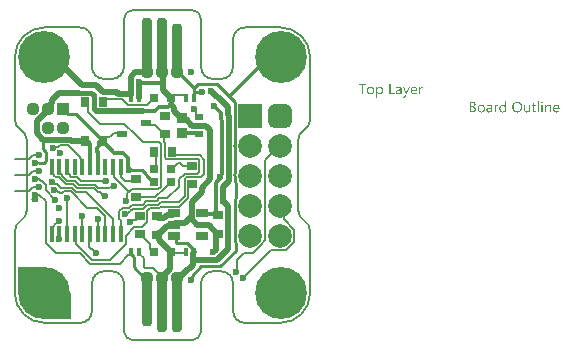
<source format=gtl>
G04*
G04 #@! TF.GenerationSoftware,Altium Limited,Altium Designer,21.9.2 (33)*
G04*
G04 Layer_Physical_Order=1*
G04 Layer_Color=255*
%FSAX25Y25*%
%MOIN*%
G70*
G04*
G04 #@! TF.SameCoordinates,782488B1-D104-45AB-8946-8B4A8FA7571F*
G04*
G04*
G04 #@! TF.FilePolarity,Positive*
G04*
G01*
G75*
%ADD10C,0.00984*%
%ADD11C,0.01968*%
%ADD12C,0.00591*%
%ADD14C,0.00787*%
%ADD15C,0.00591*%
%ADD16C,0.02362*%
%ADD17R,0.03543X0.03150*%
%ADD20R,0.03200X0.03000*%
%ADD21R,0.03600X0.03200*%
%ADD22R,0.03000X0.03200*%
%ADD23R,0.01575X0.05315*%
%ADD24R,0.03150X0.03543*%
%ADD25R,0.03937X0.02756*%
%ADD26R,0.03150X0.02559*%
%ADD27R,0.03150X0.02362*%
%ADD28R,0.03543X0.02362*%
G04:AMPARAMS|DCode=33|XSize=35.43mil|YSize=188.98mil|CornerRadius=13.82mil|HoleSize=0mil|Usage=FLASHONLY|Rotation=180.000|XOffset=0mil|YOffset=0mil|HoleType=Round|Shape=RoundedRectangle|*
%AMROUNDEDRECTD33*
21,1,0.03543,0.16134,0,0,180.0*
21,1,0.00780,0.18898,0,0,180.0*
1,1,0.02764,-0.00390,0.08067*
1,1,0.02764,0.00390,0.08067*
1,1,0.02764,0.00390,-0.08067*
1,1,0.02764,-0.00390,-0.08067*
%
%ADD33ROUNDEDRECTD33*%
G04:AMPARAMS|DCode=36|XSize=35.43mil|YSize=169.29mil|CornerRadius=13.82mil|HoleSize=0mil|Usage=FLASHONLY|Rotation=180.000|XOffset=0mil|YOffset=0mil|HoleType=Round|Shape=RoundedRectangle|*
%AMROUNDEDRECTD36*
21,1,0.03543,0.14165,0,0,180.0*
21,1,0.00780,0.16929,0,0,180.0*
1,1,0.02764,-0.00390,0.07083*
1,1,0.02764,0.00390,0.07083*
1,1,0.02764,0.00390,-0.07083*
1,1,0.02764,-0.00390,-0.07083*
%
%ADD36ROUNDEDRECTD36*%
%ADD47C,0.04370*%
%ADD51R,0.01575X0.02756*%
%ADD52R,0.03150X0.03150*%
%ADD53C,0.01181*%
%ADD54C,0.01378*%
%ADD55C,0.01772*%
%ADD56R,0.02362X0.01181*%
%ADD57R,0.07874X0.07874*%
%ADD58C,0.07874*%
G04:AMPARAMS|DCode=59|XSize=78.74mil|YSize=78.74mil|CornerRadius=19.68mil|HoleSize=0mil|Usage=FLASHONLY|Rotation=90.000|XOffset=0mil|YOffset=0mil|HoleType=Round|Shape=RoundedRectangle|*
%AMROUNDEDRECTD59*
21,1,0.07874,0.03937,0,0,90.0*
21,1,0.03937,0.07874,0,0,90.0*
1,1,0.03937,0.01968,0.01968*
1,1,0.03937,0.01968,-0.01968*
1,1,0.03937,-0.01968,-0.01968*
1,1,0.03937,-0.01968,0.01968*
%
%ADD59ROUNDEDRECTD59*%
%ADD60C,0.17323*%
%ADD61R,0.04370X0.04370*%
G36*
X0072557Y0029533D02*
X0072591Y0029529D01*
X0072631Y0029526D01*
X0072678Y0029517D01*
X0072730Y0029508D01*
X0072789Y0029492D01*
X0072848Y0029474D01*
X0072909Y0029452D01*
X0072971Y0029424D01*
X0073036Y0029393D01*
X0073098Y0029353D01*
X0073157Y0029307D01*
X0073215Y0029254D01*
X0073268Y0029196D01*
X0073271Y0029193D01*
X0073280Y0029180D01*
X0073292Y0029162D01*
X0073311Y0029134D01*
X0073330Y0029100D01*
X0073354Y0029060D01*
X0073379Y0029010D01*
X0073404Y0028958D01*
X0073428Y0028896D01*
X0073453Y0028828D01*
X0073478Y0028754D01*
X0073497Y0028673D01*
X0073515Y0028587D01*
X0073527Y0028494D01*
X0073537Y0028395D01*
X0073540Y0028293D01*
Y0028290D01*
Y0028287D01*
Y0028278D01*
Y0028266D01*
X0073537Y0028232D01*
X0073534Y0028188D01*
X0073531Y0028136D01*
X0073524Y0028074D01*
X0073515Y0028006D01*
X0073503Y0027932D01*
X0073484Y0027855D01*
X0073466Y0027771D01*
X0073441Y0027688D01*
X0073410Y0027604D01*
X0073376Y0027521D01*
X0073336Y0027437D01*
X0073286Y0027360D01*
X0073234Y0027286D01*
X0073231Y0027283D01*
X0073218Y0027271D01*
X0073203Y0027252D01*
X0073178Y0027227D01*
X0073147Y0027200D01*
X0073110Y0027165D01*
X0073064Y0027132D01*
X0073014Y0027097D01*
X0072959Y0027064D01*
X0072894Y0027030D01*
X0072826Y0026996D01*
X0072752Y0026968D01*
X0072671Y0026943D01*
X0072585Y0026924D01*
X0072492Y0026912D01*
X0072396Y0026909D01*
X0072375D01*
X0072350Y0026912D01*
X0072316Y0026915D01*
X0072276Y0026921D01*
X0072230Y0026931D01*
X0072177Y0026943D01*
X0072118Y0026962D01*
X0072060Y0026983D01*
X0071998Y0027011D01*
X0071936Y0027045D01*
X0071871Y0027085D01*
X0071809Y0027135D01*
X0071751Y0027190D01*
X0071695Y0027255D01*
X0071643Y0027329D01*
X0071633D01*
Y0025815D01*
X0071232D01*
Y0029477D01*
X0071633D01*
Y0029035D01*
X0071643D01*
X0071646Y0029041D01*
X0071658Y0029057D01*
X0071673Y0029081D01*
X0071698Y0029112D01*
X0071729Y0029152D01*
X0071766Y0029193D01*
X0071812Y0029239D01*
X0071862Y0029285D01*
X0071921Y0029332D01*
X0071986Y0029378D01*
X0072057Y0029418D01*
X0072134Y0029458D01*
X0072217Y0029489D01*
X0072310Y0029514D01*
X0072406Y0029529D01*
X0072511Y0029536D01*
X0072532D01*
X0072557Y0029533D01*
D02*
G37*
G36*
X0086647Y0029517D02*
X0086681D01*
X0086719Y0029511D01*
X0086759Y0029505D01*
X0086799Y0029498D01*
X0086833Y0029486D01*
Y0029069D01*
X0086827Y0029072D01*
X0086814Y0029081D01*
X0086790Y0029094D01*
X0086756Y0029109D01*
X0086709Y0029125D01*
X0086660Y0029137D01*
X0086598Y0029146D01*
X0086527Y0029149D01*
X0086502D01*
X0086484Y0029146D01*
X0086462Y0029143D01*
X0086437Y0029137D01*
X0086379Y0029118D01*
X0086345Y0029106D01*
X0086311Y0029091D01*
X0086274Y0029069D01*
X0086237Y0029047D01*
X0086203Y0029019D01*
X0086165Y0028986D01*
X0086132Y0028949D01*
X0086098Y0028905D01*
X0086094Y0028902D01*
X0086091Y0028893D01*
X0086082Y0028881D01*
X0086070Y0028862D01*
X0086057Y0028837D01*
X0086042Y0028806D01*
X0086026Y0028772D01*
X0086011Y0028732D01*
X0085996Y0028689D01*
X0085980Y0028639D01*
X0085965Y0028584D01*
X0085952Y0028525D01*
X0085940Y0028460D01*
X0085931Y0028392D01*
X0085927Y0028321D01*
X0085925Y0028244D01*
Y0026968D01*
X0085523D01*
Y0029477D01*
X0085925D01*
Y0028958D01*
X0085934D01*
Y0028961D01*
X0085937Y0028970D01*
X0085943Y0028982D01*
X0085949Y0029001D01*
X0085958Y0029023D01*
X0085971Y0029050D01*
X0085999Y0029109D01*
X0086036Y0029177D01*
X0086082Y0029245D01*
X0086135Y0029310D01*
X0086196Y0029372D01*
X0086199Y0029375D01*
X0086206Y0029378D01*
X0086215Y0029384D01*
X0086227Y0029397D01*
X0086243Y0029406D01*
X0086264Y0029418D01*
X0086311Y0029446D01*
X0086369Y0029474D01*
X0086437Y0029498D01*
X0086511Y0029514D01*
X0086552Y0029517D01*
X0086592Y0029520D01*
X0086617D01*
X0086647Y0029517D01*
D02*
G37*
G36*
X0081314Y0026566D02*
Y0026563D01*
X0081311Y0026557D01*
X0081305Y0026548D01*
X0081299Y0026532D01*
X0081292Y0026513D01*
X0081283Y0026495D01*
X0081259Y0026445D01*
X0081225Y0026387D01*
X0081187Y0026319D01*
X0081141Y0026251D01*
X0081089Y0026177D01*
X0081030Y0026106D01*
X0080965Y0026035D01*
X0080894Y0025967D01*
X0080817Y0025908D01*
X0080733Y0025858D01*
X0080690Y0025840D01*
X0080644Y0025821D01*
X0080597Y0025806D01*
X0080548Y0025797D01*
X0080498Y0025791D01*
X0080446Y0025787D01*
X0080421D01*
X0080390Y0025791D01*
X0080353D01*
X0080313Y0025797D01*
X0080270Y0025803D01*
X0080223Y0025809D01*
X0080183Y0025821D01*
Y0026180D01*
X0080189Y0026177D01*
X0080205Y0026174D01*
X0080230Y0026168D01*
X0080260Y0026158D01*
X0080298Y0026149D01*
X0080338Y0026143D01*
X0080381Y0026140D01*
X0080421Y0026136D01*
X0080433D01*
X0080449Y0026140D01*
X0080471Y0026143D01*
X0080495Y0026149D01*
X0080526Y0026155D01*
X0080557Y0026168D01*
X0080594Y0026183D01*
X0080628Y0026201D01*
X0080668Y0026226D01*
X0080705Y0026254D01*
X0080743Y0026288D01*
X0080780Y0026331D01*
X0080817Y0026378D01*
X0080848Y0026433D01*
X0080879Y0026498D01*
X0081079Y0026971D01*
X0080100Y0029477D01*
X0080545D01*
X0081225Y0027546D01*
Y0027542D01*
X0081228Y0027536D01*
X0081231Y0027527D01*
X0081237Y0027509D01*
X0081243Y0027484D01*
X0081249Y0027450D01*
X0081262Y0027406D01*
X0081274Y0027354D01*
X0081289D01*
Y0027357D01*
X0081292Y0027366D01*
X0081296Y0027379D01*
X0081302Y0027400D01*
X0081308Y0027425D01*
X0081314Y0027456D01*
X0081327Y0027496D01*
X0081339Y0027539D01*
X0082053Y0029477D01*
X0082467D01*
X0081314Y0026566D01*
D02*
G37*
G36*
X0078867Y0029533D02*
X0078888D01*
X0078910Y0029529D01*
X0078938Y0029526D01*
X0078969Y0029520D01*
X0079034Y0029508D01*
X0079111Y0029486D01*
X0079188Y0029458D01*
X0079272Y0029418D01*
X0079355Y0029369D01*
X0079395Y0029341D01*
X0079435Y0029307D01*
X0079473Y0029270D01*
X0079510Y0029233D01*
X0079544Y0029190D01*
X0079575Y0029140D01*
X0079605Y0029091D01*
X0079633Y0029035D01*
X0079655Y0028973D01*
X0079677Y0028908D01*
X0079692Y0028840D01*
X0079704Y0028763D01*
X0079711Y0028686D01*
X0079713Y0028599D01*
Y0026968D01*
X0079312D01*
Y0027357D01*
X0079303D01*
X0079299Y0027351D01*
X0079290Y0027339D01*
X0079275Y0027317D01*
X0079253Y0027286D01*
X0079225Y0027252D01*
X0079191Y0027215D01*
X0079154Y0027175D01*
X0079108Y0027135D01*
X0079055Y0027091D01*
X0079000Y0027051D01*
X0078935Y0027014D01*
X0078867Y0026980D01*
X0078790Y0026949D01*
X0078709Y0026928D01*
X0078623Y0026915D01*
X0078530Y0026909D01*
X0078493D01*
X0078468Y0026912D01*
X0078437Y0026915D01*
X0078400Y0026918D01*
X0078360Y0026924D01*
X0078317Y0026934D01*
X0078221Y0026959D01*
X0078175Y0026974D01*
X0078125Y0026992D01*
X0078076Y0027014D01*
X0078030Y0027042D01*
X0077986Y0027073D01*
X0077943Y0027107D01*
X0077940Y0027110D01*
X0077934Y0027116D01*
X0077924Y0027128D01*
X0077909Y0027144D01*
X0077894Y0027162D01*
X0077878Y0027187D01*
X0077856Y0027215D01*
X0077838Y0027246D01*
X0077819Y0027283D01*
X0077801Y0027323D01*
X0077782Y0027366D01*
X0077767Y0027413D01*
X0077751Y0027462D01*
X0077742Y0027515D01*
X0077736Y0027573D01*
X0077733Y0027632D01*
Y0027635D01*
Y0027641D01*
Y0027651D01*
X0077736Y0027663D01*
Y0027678D01*
X0077739Y0027697D01*
X0077745Y0027743D01*
X0077758Y0027799D01*
X0077776Y0027861D01*
X0077801Y0027929D01*
X0077838Y0028000D01*
X0077881Y0028071D01*
X0077934Y0028142D01*
X0077968Y0028176D01*
X0078002Y0028210D01*
X0078042Y0028244D01*
X0078082Y0028275D01*
X0078128Y0028306D01*
X0078178Y0028334D01*
X0078230Y0028358D01*
X0078289Y0028383D01*
X0078351Y0028405D01*
X0078416Y0028423D01*
X0078487Y0028439D01*
X0078561Y0028451D01*
X0079312Y0028556D01*
Y0028559D01*
Y0028562D01*
Y0028572D01*
Y0028584D01*
X0079309Y0028615D01*
X0079303Y0028655D01*
X0079296Y0028704D01*
X0079284Y0028760D01*
X0079269Y0028816D01*
X0079247Y0028877D01*
X0079219Y0028936D01*
X0079185Y0028995D01*
X0079145Y0029047D01*
X0079096Y0029097D01*
X0079034Y0029137D01*
X0078966Y0029168D01*
X0078929Y0029180D01*
X0078885Y0029190D01*
X0078842Y0029193D01*
X0078796Y0029196D01*
X0078774D01*
X0078753Y0029193D01*
X0078719Y0029190D01*
X0078678Y0029186D01*
X0078632Y0029180D01*
X0078579Y0029171D01*
X0078524Y0029159D01*
X0078462Y0029140D01*
X0078397Y0029122D01*
X0078329Y0029097D01*
X0078258Y0029066D01*
X0078187Y0029029D01*
X0078116Y0028989D01*
X0078045Y0028942D01*
X0077977Y0028887D01*
Y0029298D01*
X0077980Y0029301D01*
X0077992Y0029307D01*
X0078014Y0029319D01*
X0078042Y0029335D01*
X0078079Y0029353D01*
X0078119Y0029372D01*
X0078169Y0029393D01*
X0078224Y0029418D01*
X0078283Y0029440D01*
X0078348Y0029461D01*
X0078419Y0029480D01*
X0078493Y0029498D01*
X0078573Y0029514D01*
X0078654Y0029526D01*
X0078740Y0029533D01*
X0078830Y0029536D01*
X0078851D01*
X0078867Y0029533D01*
D02*
G37*
G36*
X0076024Y0027339D02*
X0077436D01*
Y0026968D01*
X0075613D01*
Y0030481D01*
X0076024D01*
Y0027339D01*
D02*
G37*
G36*
X0067792Y0030107D02*
X0066779D01*
Y0026968D01*
X0066368D01*
Y0030107D01*
X0065354D01*
Y0030481D01*
X0067792D01*
Y0030107D01*
D02*
G37*
G36*
X0083931Y0029533D02*
X0083965Y0029529D01*
X0084009Y0029526D01*
X0084055Y0029520D01*
X0084108Y0029508D01*
X0084163Y0029495D01*
X0084225Y0029480D01*
X0084287Y0029458D01*
X0084349Y0029430D01*
X0084413Y0029400D01*
X0084475Y0029362D01*
X0084534Y0029319D01*
X0084593Y0029270D01*
X0084645Y0029214D01*
X0084648Y0029211D01*
X0084658Y0029199D01*
X0084670Y0029180D01*
X0084689Y0029155D01*
X0084707Y0029125D01*
X0084732Y0029084D01*
X0084756Y0029038D01*
X0084781Y0028986D01*
X0084806Y0028924D01*
X0084831Y0028859D01*
X0084855Y0028785D01*
X0084874Y0028707D01*
X0084892Y0028621D01*
X0084905Y0028531D01*
X0084914Y0028432D01*
X0084917Y0028330D01*
Y0028120D01*
X0083143D01*
Y0028114D01*
Y0028102D01*
X0083147Y0028080D01*
X0083150Y0028052D01*
X0083153Y0028015D01*
X0083159Y0027975D01*
X0083165Y0027932D01*
X0083177Y0027882D01*
X0083205Y0027777D01*
X0083224Y0027725D01*
X0083245Y0027669D01*
X0083270Y0027617D01*
X0083298Y0027564D01*
X0083332Y0027518D01*
X0083369Y0027471D01*
X0083372Y0027468D01*
X0083378Y0027462D01*
X0083391Y0027450D01*
X0083409Y0027437D01*
X0083431Y0027419D01*
X0083459Y0027400D01*
X0083490Y0027379D01*
X0083523Y0027360D01*
X0083564Y0027339D01*
X0083610Y0027317D01*
X0083656Y0027298D01*
X0083712Y0027280D01*
X0083768Y0027268D01*
X0083829Y0027255D01*
X0083894Y0027249D01*
X0083962Y0027246D01*
X0083981D01*
X0084003Y0027249D01*
X0084033D01*
X0084070Y0027255D01*
X0084114Y0027261D01*
X0084163Y0027271D01*
X0084219Y0027280D01*
X0084277Y0027295D01*
X0084339Y0027314D01*
X0084404Y0027336D01*
X0084469Y0027363D01*
X0084537Y0027394D01*
X0084605Y0027431D01*
X0084673Y0027474D01*
X0084741Y0027524D01*
Y0027147D01*
X0084738Y0027144D01*
X0084725Y0027138D01*
X0084707Y0027125D01*
X0084682Y0027110D01*
X0084648Y0027091D01*
X0084608Y0027073D01*
X0084562Y0027051D01*
X0084509Y0027030D01*
X0084447Y0027005D01*
X0084382Y0026983D01*
X0084311Y0026965D01*
X0084234Y0026946D01*
X0084151Y0026931D01*
X0084061Y0026918D01*
X0083965Y0026912D01*
X0083867Y0026909D01*
X0083842D01*
X0083817Y0026912D01*
X0083780Y0026915D01*
X0083734Y0026918D01*
X0083681Y0026928D01*
X0083626Y0026937D01*
X0083564Y0026952D01*
X0083499Y0026971D01*
X0083431Y0026992D01*
X0083360Y0027020D01*
X0083292Y0027051D01*
X0083221Y0027091D01*
X0083156Y0027138D01*
X0083091Y0027190D01*
X0083032Y0027249D01*
X0083029Y0027252D01*
X0083020Y0027264D01*
X0083004Y0027286D01*
X0082986Y0027314D01*
X0082961Y0027348D01*
X0082936Y0027391D01*
X0082909Y0027441D01*
X0082881Y0027499D01*
X0082853Y0027561D01*
X0082825Y0027635D01*
X0082801Y0027713D01*
X0082776Y0027799D01*
X0082757Y0027892D01*
X0082742Y0027991D01*
X0082732Y0028099D01*
X0082729Y0028210D01*
Y0028213D01*
Y0028216D01*
Y0028225D01*
Y0028235D01*
X0082732Y0028266D01*
X0082736Y0028309D01*
X0082739Y0028358D01*
X0082748Y0028414D01*
X0082757Y0028479D01*
X0082770Y0028550D01*
X0082788Y0028624D01*
X0082810Y0028701D01*
X0082837Y0028782D01*
X0082868Y0028862D01*
X0082906Y0028939D01*
X0082952Y0029019D01*
X0083001Y0029094D01*
X0083060Y0029165D01*
X0083063Y0029168D01*
X0083075Y0029180D01*
X0083094Y0029199D01*
X0083119Y0029223D01*
X0083153Y0029251D01*
X0083193Y0029282D01*
X0083236Y0029316D01*
X0083289Y0029350D01*
X0083344Y0029384D01*
X0083409Y0029418D01*
X0083477Y0029449D01*
X0083548Y0029477D01*
X0083626Y0029502D01*
X0083709Y0029520D01*
X0083795Y0029533D01*
X0083885Y0029536D01*
X0083907D01*
X0083931Y0029533D01*
D02*
G37*
G36*
X0069452D02*
X0069492Y0029529D01*
X0069538Y0029526D01*
X0069594Y0029517D01*
X0069652Y0029508D01*
X0069717Y0029492D01*
X0069788Y0029474D01*
X0069859Y0029452D01*
X0069931Y0029424D01*
X0070005Y0029390D01*
X0070076Y0029350D01*
X0070147Y0029304D01*
X0070212Y0029251D01*
X0070274Y0029190D01*
X0070277Y0029186D01*
X0070286Y0029174D01*
X0070301Y0029152D01*
X0070323Y0029125D01*
X0070348Y0029091D01*
X0070372Y0029047D01*
X0070403Y0028998D01*
X0070431Y0028939D01*
X0070462Y0028874D01*
X0070490Y0028803D01*
X0070515Y0028726D01*
X0070539Y0028639D01*
X0070561Y0028547D01*
X0070576Y0028448D01*
X0070586Y0028343D01*
X0070589Y0028232D01*
Y0028229D01*
Y0028225D01*
Y0028216D01*
Y0028204D01*
X0070586Y0028173D01*
X0070583Y0028133D01*
X0070579Y0028080D01*
X0070570Y0028021D01*
X0070561Y0027957D01*
X0070546Y0027885D01*
X0070527Y0027811D01*
X0070505Y0027731D01*
X0070477Y0027651D01*
X0070447Y0027570D01*
X0070407Y0027490D01*
X0070360Y0027413D01*
X0070308Y0027339D01*
X0070249Y0027268D01*
X0070246Y0027264D01*
X0070233Y0027252D01*
X0070215Y0027233D01*
X0070187Y0027212D01*
X0070153Y0027184D01*
X0070113Y0027153D01*
X0070064Y0027122D01*
X0070008Y0027088D01*
X0069946Y0027054D01*
X0069878Y0027023D01*
X0069804Y0026992D01*
X0069724Y0026965D01*
X0069634Y0026943D01*
X0069541Y0026924D01*
X0069446Y0026912D01*
X0069340Y0026909D01*
X0069316D01*
X0069288Y0026912D01*
X0069248Y0026915D01*
X0069201Y0026918D01*
X0069146Y0026928D01*
X0069087Y0026937D01*
X0069022Y0026952D01*
X0068951Y0026971D01*
X0068880Y0026996D01*
X0068806Y0027023D01*
X0068732Y0027057D01*
X0068657Y0027097D01*
X0068583Y0027144D01*
X0068515Y0027196D01*
X0068450Y0027258D01*
X0068447Y0027261D01*
X0068435Y0027274D01*
X0068420Y0027295D01*
X0068398Y0027323D01*
X0068373Y0027357D01*
X0068345Y0027400D01*
X0068318Y0027450D01*
X0068287Y0027509D01*
X0068256Y0027570D01*
X0068225Y0027641D01*
X0068197Y0027719D01*
X0068172Y0027802D01*
X0068151Y0027889D01*
X0068135Y0027984D01*
X0068123Y0028086D01*
X0068120Y0028191D01*
Y0028194D01*
Y0028198D01*
Y0028207D01*
Y0028219D01*
X0068123Y0028253D01*
X0068126Y0028297D01*
X0068129Y0028349D01*
X0068138Y0028411D01*
X0068148Y0028479D01*
X0068163Y0028553D01*
X0068182Y0028630D01*
X0068203Y0028710D01*
X0068231Y0028794D01*
X0068265Y0028877D01*
X0068305Y0028958D01*
X0068348Y0029035D01*
X0068401Y0029109D01*
X0068463Y0029180D01*
X0068466Y0029183D01*
X0068478Y0029196D01*
X0068500Y0029214D01*
X0068528Y0029236D01*
X0068562Y0029264D01*
X0068605Y0029291D01*
X0068654Y0029325D01*
X0068710Y0029359D01*
X0068772Y0029390D01*
X0068843Y0029424D01*
X0068920Y0029452D01*
X0069004Y0029480D01*
X0069093Y0029502D01*
X0069189Y0029520D01*
X0069291Y0029533D01*
X0069399Y0029536D01*
X0069424D01*
X0069452Y0029533D01*
D02*
G37*
G36*
X0126532Y0024590D02*
X0126560Y0024583D01*
X0126588Y0024574D01*
X0126619Y0024559D01*
X0126650Y0024540D01*
X0126681Y0024515D01*
X0126684Y0024512D01*
X0126693Y0024503D01*
X0126705Y0024488D01*
X0126721Y0024466D01*
X0126733Y0024438D01*
X0126745Y0024407D01*
X0126755Y0024370D01*
X0126758Y0024330D01*
Y0024324D01*
Y0024311D01*
X0126755Y0024293D01*
X0126749Y0024265D01*
X0126739Y0024237D01*
X0126724Y0024206D01*
X0126705Y0024175D01*
X0126681Y0024145D01*
X0126677Y0024141D01*
X0126668Y0024132D01*
X0126650Y0024120D01*
X0126628Y0024108D01*
X0126600Y0024095D01*
X0126569Y0024083D01*
X0126535Y0024074D01*
X0126495Y0024070D01*
X0126477D01*
X0126458Y0024074D01*
X0126430Y0024080D01*
X0126402Y0024089D01*
X0126372Y0024101D01*
X0126341Y0024117D01*
X0126310Y0024141D01*
X0126307Y0024145D01*
X0126297Y0024154D01*
X0126285Y0024172D01*
X0126273Y0024194D01*
X0126260Y0024219D01*
X0126248Y0024253D01*
X0126239Y0024290D01*
X0126235Y0024330D01*
Y0024336D01*
Y0024349D01*
X0126239Y0024370D01*
X0126245Y0024395D01*
X0126254Y0024426D01*
X0126266Y0024457D01*
X0126285Y0024488D01*
X0126310Y0024515D01*
X0126313Y0024519D01*
X0126322Y0024528D01*
X0126341Y0024540D01*
X0126362Y0024556D01*
X0126390Y0024568D01*
X0126421Y0024580D01*
X0126455Y0024590D01*
X0126495Y0024593D01*
X0126514D01*
X0126532Y0024590D01*
D02*
G37*
G36*
X0114565Y0020925D02*
X0114163D01*
Y0021348D01*
X0114154D01*
X0114151Y0021342D01*
X0114141Y0021327D01*
X0114123Y0021305D01*
X0114101Y0021274D01*
X0114070Y0021237D01*
X0114036Y0021197D01*
X0113993Y0021154D01*
X0113940Y0021107D01*
X0113885Y0021061D01*
X0113820Y0021017D01*
X0113749Y0020977D01*
X0113672Y0020940D01*
X0113588Y0020909D01*
X0113496Y0020888D01*
X0113397Y0020872D01*
X0113292Y0020866D01*
X0113270D01*
X0113245Y0020869D01*
X0113214Y0020872D01*
X0113174Y0020875D01*
X0113128Y0020885D01*
X0113075Y0020894D01*
X0113020Y0020909D01*
X0112961Y0020925D01*
X0112899Y0020950D01*
X0112837Y0020974D01*
X0112772Y0021008D01*
X0112711Y0021045D01*
X0112649Y0021092D01*
X0112590Y0021144D01*
X0112534Y0021203D01*
X0112531Y0021206D01*
X0112522Y0021218D01*
X0112510Y0021237D01*
X0112491Y0021265D01*
X0112470Y0021299D01*
X0112445Y0021339D01*
X0112420Y0021388D01*
X0112395Y0021444D01*
X0112368Y0021506D01*
X0112343Y0021574D01*
X0112318Y0021651D01*
X0112297Y0021731D01*
X0112278Y0021818D01*
X0112266Y0021914D01*
X0112256Y0022013D01*
X0112253Y0022118D01*
Y0022121D01*
Y0022124D01*
Y0022133D01*
Y0022145D01*
X0112256Y0022176D01*
X0112259Y0022220D01*
X0112263Y0022275D01*
X0112269Y0022334D01*
X0112278Y0022402D01*
X0112294Y0022476D01*
X0112309Y0022553D01*
X0112330Y0022637D01*
X0112355Y0022717D01*
X0112386Y0022804D01*
X0112420Y0022884D01*
X0112463Y0022964D01*
X0112510Y0023042D01*
X0112565Y0023116D01*
X0112568Y0023119D01*
X0112581Y0023131D01*
X0112599Y0023150D01*
X0112624Y0023174D01*
X0112655Y0023202D01*
X0112692Y0023236D01*
X0112738Y0023270D01*
X0112788Y0023304D01*
X0112847Y0023338D01*
X0112908Y0023372D01*
X0112976Y0023406D01*
X0113050Y0023434D01*
X0113131Y0023459D01*
X0113217Y0023477D01*
X0113307Y0023490D01*
X0113403Y0023493D01*
X0113424D01*
X0113452Y0023490D01*
X0113486Y0023486D01*
X0113530Y0023480D01*
X0113579Y0023471D01*
X0113631Y0023459D01*
X0113690Y0023443D01*
X0113752Y0023422D01*
X0113814Y0023394D01*
X0113875Y0023360D01*
X0113937Y0023320D01*
X0113996Y0023273D01*
X0114055Y0023221D01*
X0114107Y0023156D01*
X0114154Y0023085D01*
X0114163D01*
Y0024639D01*
X0114565D01*
Y0020925D01*
D02*
G37*
G36*
X0128779Y0023490D02*
X0128806D01*
X0128840Y0023483D01*
X0128881Y0023477D01*
X0128924Y0023471D01*
X0128970Y0023459D01*
X0129020Y0023446D01*
X0129072Y0023428D01*
X0129125Y0023406D01*
X0129177Y0023378D01*
X0129227Y0023347D01*
X0129276Y0023313D01*
X0129323Y0023270D01*
X0129366Y0023224D01*
X0129369Y0023221D01*
X0129375Y0023211D01*
X0129387Y0023196D01*
X0129400Y0023174D01*
X0129415Y0023147D01*
X0129434Y0023113D01*
X0129455Y0023072D01*
X0129477Y0023029D01*
X0129496Y0022977D01*
X0129517Y0022921D01*
X0129536Y0022856D01*
X0129551Y0022788D01*
X0129563Y0022714D01*
X0129576Y0022634D01*
X0129582Y0022550D01*
X0129585Y0022457D01*
Y0020925D01*
X0129183D01*
Y0022355D01*
Y0022359D01*
Y0022365D01*
Y0022374D01*
Y0022389D01*
X0129180Y0022408D01*
Y0022430D01*
X0129174Y0022479D01*
X0129165Y0022541D01*
X0129153Y0022609D01*
X0129134Y0022680D01*
X0129109Y0022754D01*
X0129078Y0022828D01*
X0129041Y0022899D01*
X0128995Y0022967D01*
X0128936Y0023029D01*
X0128871Y0023079D01*
X0128834Y0023100D01*
X0128791Y0023119D01*
X0128748Y0023134D01*
X0128701Y0023144D01*
X0128652Y0023150D01*
X0128599Y0023153D01*
X0128572D01*
X0128550Y0023150D01*
X0128525Y0023147D01*
X0128494Y0023140D01*
X0128460Y0023134D01*
X0128426Y0023125D01*
X0128386Y0023113D01*
X0128346Y0023097D01*
X0128306Y0023079D01*
X0128263Y0023057D01*
X0128222Y0023029D01*
X0128179Y0022998D01*
X0128139Y0022964D01*
X0128102Y0022924D01*
X0128099Y0022921D01*
X0128093Y0022915D01*
X0128083Y0022902D01*
X0128071Y0022884D01*
X0128056Y0022862D01*
X0128040Y0022835D01*
X0128022Y0022804D01*
X0128003Y0022770D01*
X0127984Y0022729D01*
X0127966Y0022686D01*
X0127951Y0022640D01*
X0127935Y0022590D01*
X0127923Y0022535D01*
X0127913Y0022479D01*
X0127907Y0022417D01*
X0127904Y0022355D01*
Y0020925D01*
X0127502D01*
Y0023434D01*
X0127904D01*
Y0023017D01*
X0127913D01*
X0127917Y0023023D01*
X0127926Y0023038D01*
X0127944Y0023060D01*
X0127966Y0023091D01*
X0127997Y0023128D01*
X0128031Y0023168D01*
X0128074Y0023211D01*
X0128123Y0023255D01*
X0128179Y0023298D01*
X0128241Y0023341D01*
X0128309Y0023381D01*
X0128380Y0023418D01*
X0128460Y0023449D01*
X0128547Y0023471D01*
X0128640Y0023486D01*
X0128738Y0023493D01*
X0128757D01*
X0128779Y0023490D01*
D02*
G37*
G36*
X0111802Y0023474D02*
X0111836D01*
X0111873Y0023468D01*
X0111913Y0023462D01*
X0111954Y0023456D01*
X0111988Y0023443D01*
Y0023026D01*
X0111981Y0023029D01*
X0111969Y0023038D01*
X0111944Y0023051D01*
X0111910Y0023066D01*
X0111864Y0023082D01*
X0111814Y0023094D01*
X0111753Y0023103D01*
X0111682Y0023106D01*
X0111657D01*
X0111638Y0023103D01*
X0111617Y0023100D01*
X0111592Y0023094D01*
X0111533Y0023076D01*
X0111499Y0023063D01*
X0111465Y0023048D01*
X0111428Y0023026D01*
X0111391Y0023004D01*
X0111357Y0022977D01*
X0111320Y0022943D01*
X0111286Y0022906D01*
X0111252Y0022862D01*
X0111249Y0022859D01*
X0111246Y0022850D01*
X0111237Y0022838D01*
X0111224Y0022819D01*
X0111212Y0022794D01*
X0111196Y0022763D01*
X0111181Y0022729D01*
X0111166Y0022689D01*
X0111150Y0022646D01*
X0111135Y0022596D01*
X0111119Y0022541D01*
X0111107Y0022482D01*
X0111094Y0022417D01*
X0111085Y0022349D01*
X0111082Y0022278D01*
X0111079Y0022201D01*
Y0020925D01*
X0110677D01*
Y0023434D01*
X0111079D01*
Y0022915D01*
X0111088D01*
Y0022918D01*
X0111091Y0022927D01*
X0111098Y0022940D01*
X0111104Y0022958D01*
X0111113Y0022980D01*
X0111125Y0023008D01*
X0111153Y0023066D01*
X0111190Y0023134D01*
X0111237Y0023202D01*
X0111289Y0023267D01*
X0111351Y0023329D01*
X0111354Y0023332D01*
X0111360Y0023335D01*
X0111370Y0023341D01*
X0111382Y0023354D01*
X0111397Y0023363D01*
X0111419Y0023375D01*
X0111465Y0023403D01*
X0111524Y0023431D01*
X0111592Y0023456D01*
X0111666Y0023471D01*
X0111706Y0023474D01*
X0111747Y0023477D01*
X0111771D01*
X0111802Y0023474D01*
D02*
G37*
G36*
X0122565Y0020925D02*
X0122163D01*
Y0021320D01*
X0122154D01*
X0122151Y0021314D01*
X0122141Y0021302D01*
X0122126Y0021277D01*
X0122107Y0021249D01*
X0122080Y0021215D01*
X0122046Y0021178D01*
X0122008Y0021135D01*
X0121962Y0021095D01*
X0121913Y0021052D01*
X0121854Y0021011D01*
X0121792Y0020971D01*
X0121721Y0020937D01*
X0121644Y0020909D01*
X0121563Y0020885D01*
X0121474Y0020872D01*
X0121378Y0020866D01*
X0121356D01*
X0121341Y0020869D01*
X0121319D01*
X0121295Y0020872D01*
X0121267Y0020878D01*
X0121239Y0020882D01*
X0121171Y0020900D01*
X0121094Y0020922D01*
X0121013Y0020956D01*
X0120973Y0020977D01*
X0120930Y0020999D01*
X0120887Y0021027D01*
X0120847Y0021055D01*
X0120806Y0021089D01*
X0120766Y0021126D01*
X0120726Y0021169D01*
X0120689Y0021212D01*
X0120655Y0021262D01*
X0120621Y0021317D01*
X0120593Y0021376D01*
X0120565Y0021438D01*
X0120541Y0021506D01*
X0120519Y0021580D01*
X0120504Y0021660D01*
X0120491Y0021744D01*
X0120485Y0021836D01*
X0120482Y0021932D01*
Y0023434D01*
X0120881D01*
Y0021997D01*
Y0021994D01*
Y0021988D01*
Y0021979D01*
Y0021963D01*
X0120884Y0021945D01*
Y0021923D01*
X0120890Y0021873D01*
X0120899Y0021812D01*
X0120912Y0021747D01*
X0120933Y0021673D01*
X0120958Y0021602D01*
X0120989Y0021527D01*
X0121029Y0021453D01*
X0121078Y0021388D01*
X0121137Y0021327D01*
X0121208Y0021277D01*
X0121245Y0021256D01*
X0121288Y0021237D01*
X0121335Y0021222D01*
X0121381Y0021212D01*
X0121434Y0021206D01*
X0121489Y0021203D01*
X0121517D01*
X0121539Y0021206D01*
X0121563Y0021209D01*
X0121591Y0021215D01*
X0121625Y0021222D01*
X0121659Y0021231D01*
X0121696Y0021240D01*
X0121737Y0021256D01*
X0121777Y0021274D01*
X0121817Y0021296D01*
X0121857Y0021320D01*
X0121897Y0021348D01*
X0121934Y0021382D01*
X0121971Y0021419D01*
X0121974Y0021422D01*
X0121981Y0021429D01*
X0121990Y0021441D01*
X0122002Y0021459D01*
X0122015Y0021481D01*
X0122033Y0021506D01*
X0122049Y0021537D01*
X0122067Y0021571D01*
X0122086Y0021611D01*
X0122101Y0021654D01*
X0122120Y0021700D01*
X0122132Y0021750D01*
X0122144Y0021805D01*
X0122154Y0021861D01*
X0122160Y0021923D01*
X0122163Y0021988D01*
Y0023434D01*
X0122565D01*
Y0020925D01*
D02*
G37*
G36*
X0126690D02*
X0126288D01*
Y0023434D01*
X0126690D01*
Y0020925D01*
D02*
G37*
G36*
X0125475D02*
X0125074D01*
Y0024639D01*
X0125475D01*
Y0020925D01*
D02*
G37*
G36*
X0109074Y0023490D02*
X0109095D01*
X0109117Y0023486D01*
X0109145Y0023483D01*
X0109176Y0023477D01*
X0109240Y0023465D01*
X0109318Y0023443D01*
X0109395Y0023415D01*
X0109478Y0023375D01*
X0109562Y0023326D01*
X0109602Y0023298D01*
X0109642Y0023264D01*
X0109679Y0023227D01*
X0109716Y0023190D01*
X0109750Y0023147D01*
X0109781Y0023097D01*
X0109812Y0023048D01*
X0109840Y0022992D01*
X0109862Y0022930D01*
X0109883Y0022865D01*
X0109899Y0022797D01*
X0109911Y0022720D01*
X0109917Y0022643D01*
X0109920Y0022556D01*
Y0020925D01*
X0109519D01*
Y0021314D01*
X0109509D01*
X0109506Y0021308D01*
X0109497Y0021296D01*
X0109482Y0021274D01*
X0109460Y0021243D01*
X0109432Y0021209D01*
X0109398Y0021172D01*
X0109361Y0021132D01*
X0109315Y0021092D01*
X0109262Y0021048D01*
X0109206Y0021008D01*
X0109142Y0020971D01*
X0109074Y0020937D01*
X0108996Y0020906D01*
X0108916Y0020885D01*
X0108830Y0020872D01*
X0108737Y0020866D01*
X0108700D01*
X0108675Y0020869D01*
X0108644Y0020872D01*
X0108607Y0020875D01*
X0108567Y0020882D01*
X0108524Y0020891D01*
X0108428Y0020916D01*
X0108381Y0020931D01*
X0108332Y0020950D01*
X0108283Y0020971D01*
X0108236Y0020999D01*
X0108193Y0021030D01*
X0108150Y0021064D01*
X0108147Y0021067D01*
X0108141Y0021073D01*
X0108131Y0021086D01*
X0108116Y0021101D01*
X0108100Y0021120D01*
X0108085Y0021144D01*
X0108063Y0021172D01*
X0108045Y0021203D01*
X0108026Y0021240D01*
X0108008Y0021280D01*
X0107989Y0021324D01*
X0107974Y0021370D01*
X0107958Y0021419D01*
X0107949Y0021472D01*
X0107943Y0021531D01*
X0107940Y0021589D01*
Y0021592D01*
Y0021599D01*
Y0021608D01*
X0107943Y0021620D01*
Y0021636D01*
X0107946Y0021654D01*
X0107952Y0021700D01*
X0107964Y0021756D01*
X0107983Y0021818D01*
X0108008Y0021886D01*
X0108045Y0021957D01*
X0108088Y0022028D01*
X0108141Y0022099D01*
X0108175Y0022133D01*
X0108209Y0022167D01*
X0108249Y0022201D01*
X0108289Y0022232D01*
X0108335Y0022263D01*
X0108385Y0022291D01*
X0108437Y0022315D01*
X0108496Y0022340D01*
X0108558Y0022362D01*
X0108623Y0022380D01*
X0108694Y0022396D01*
X0108768Y0022408D01*
X0109519Y0022513D01*
Y0022516D01*
Y0022519D01*
Y0022529D01*
Y0022541D01*
X0109516Y0022572D01*
X0109509Y0022612D01*
X0109503Y0022661D01*
X0109491Y0022717D01*
X0109475Y0022773D01*
X0109454Y0022835D01*
X0109426Y0022893D01*
X0109392Y0022952D01*
X0109352Y0023004D01*
X0109302Y0023054D01*
X0109240Y0023094D01*
X0109173Y0023125D01*
X0109135Y0023137D01*
X0109092Y0023147D01*
X0109049Y0023150D01*
X0109003Y0023153D01*
X0108981D01*
X0108959Y0023150D01*
X0108925Y0023147D01*
X0108885Y0023144D01*
X0108839Y0023137D01*
X0108786Y0023128D01*
X0108731Y0023116D01*
X0108669Y0023097D01*
X0108604Y0023079D01*
X0108536Y0023054D01*
X0108465Y0023023D01*
X0108394Y0022986D01*
X0108323Y0022946D01*
X0108252Y0022899D01*
X0108184Y0022844D01*
Y0023255D01*
X0108187Y0023258D01*
X0108199Y0023264D01*
X0108221Y0023276D01*
X0108249Y0023292D01*
X0108286Y0023310D01*
X0108326Y0023329D01*
X0108375Y0023350D01*
X0108431Y0023375D01*
X0108490Y0023397D01*
X0108555Y0023418D01*
X0108626Y0023437D01*
X0108700Y0023456D01*
X0108780Y0023471D01*
X0108861Y0023483D01*
X0108947Y0023490D01*
X0109037Y0023493D01*
X0109058D01*
X0109074Y0023490D01*
D02*
G37*
G36*
X0103437Y0024435D02*
X0103475Y0024432D01*
X0103518Y0024426D01*
X0103567Y0024420D01*
X0103623Y0024410D01*
X0103679Y0024398D01*
X0103737Y0024383D01*
X0103799Y0024364D01*
X0103858Y0024342D01*
X0103920Y0024318D01*
X0103975Y0024287D01*
X0104031Y0024253D01*
X0104083Y0024213D01*
X0104086Y0024209D01*
X0104096Y0024203D01*
X0104108Y0024191D01*
X0104123Y0024172D01*
X0104145Y0024151D01*
X0104167Y0024123D01*
X0104192Y0024092D01*
X0104216Y0024058D01*
X0104241Y0024018D01*
X0104266Y0023975D01*
X0104287Y0023925D01*
X0104309Y0023876D01*
X0104324Y0023820D01*
X0104337Y0023762D01*
X0104346Y0023700D01*
X0104349Y0023635D01*
Y0023632D01*
Y0023622D01*
Y0023607D01*
X0104346Y0023585D01*
X0104343Y0023558D01*
X0104340Y0023530D01*
X0104337Y0023496D01*
X0104331Y0023459D01*
X0104309Y0023375D01*
X0104281Y0023289D01*
X0104263Y0023242D01*
X0104241Y0023199D01*
X0104216Y0023156D01*
X0104188Y0023113D01*
X0104185Y0023110D01*
X0104182Y0023103D01*
X0104173Y0023091D01*
X0104157Y0023076D01*
X0104142Y0023060D01*
X0104123Y0023038D01*
X0104099Y0023017D01*
X0104074Y0022992D01*
X0104043Y0022967D01*
X0104009Y0022940D01*
X0103972Y0022915D01*
X0103932Y0022887D01*
X0103889Y0022862D01*
X0103845Y0022841D01*
X0103743Y0022801D01*
Y0022791D01*
X0103746D01*
X0103759Y0022788D01*
X0103777Y0022785D01*
X0103802Y0022782D01*
X0103833Y0022776D01*
X0103867Y0022767D01*
X0103907Y0022754D01*
X0103947Y0022742D01*
X0104037Y0022708D01*
X0104086Y0022686D01*
X0104133Y0022658D01*
X0104179Y0022630D01*
X0104226Y0022600D01*
X0104272Y0022562D01*
X0104312Y0022522D01*
X0104315Y0022519D01*
X0104321Y0022513D01*
X0104331Y0022501D01*
X0104346Y0022482D01*
X0104361Y0022457D01*
X0104380Y0022433D01*
X0104399Y0022399D01*
X0104420Y0022365D01*
X0104439Y0022325D01*
X0104457Y0022278D01*
X0104476Y0022232D01*
X0104491Y0022179D01*
X0104507Y0022121D01*
X0104516Y0022062D01*
X0104522Y0022000D01*
X0104525Y0021932D01*
Y0021926D01*
Y0021914D01*
X0104522Y0021889D01*
X0104519Y0021858D01*
X0104516Y0021818D01*
X0104507Y0021775D01*
X0104497Y0021725D01*
X0104485Y0021673D01*
X0104466Y0021614D01*
X0104445Y0021555D01*
X0104420Y0021497D01*
X0104389Y0021435D01*
X0104352Y0021373D01*
X0104309Y0021314D01*
X0104260Y0021259D01*
X0104201Y0021203D01*
X0104198Y0021200D01*
X0104185Y0021191D01*
X0104167Y0021178D01*
X0104142Y0021160D01*
X0104111Y0021138D01*
X0104071Y0021116D01*
X0104028Y0021089D01*
X0103978Y0021064D01*
X0103920Y0021039D01*
X0103858Y0021014D01*
X0103793Y0020990D01*
X0103719Y0020968D01*
X0103641Y0020950D01*
X0103561Y0020937D01*
X0103475Y0020928D01*
X0103385Y0020925D01*
X0102362D01*
Y0024438D01*
X0103403D01*
X0103437Y0024435D01*
D02*
G37*
G36*
X0123906Y0023434D02*
X0124539D01*
Y0023088D01*
X0123906D01*
Y0021676D01*
Y0021673D01*
Y0021663D01*
Y0021651D01*
Y0021636D01*
X0123909Y0021614D01*
X0123912Y0021589D01*
X0123918Y0021537D01*
X0123927Y0021475D01*
X0123943Y0021416D01*
X0123964Y0021361D01*
X0123977Y0021336D01*
X0123992Y0021314D01*
X0123995Y0021311D01*
X0124008Y0021299D01*
X0124029Y0021280D01*
X0124060Y0021262D01*
X0124100Y0021240D01*
X0124150Y0021225D01*
X0124208Y0021212D01*
X0124276Y0021206D01*
X0124301D01*
X0124329Y0021209D01*
X0124366Y0021215D01*
X0124406Y0021228D01*
X0124453Y0021240D01*
X0124496Y0021262D01*
X0124539Y0021290D01*
Y0020946D01*
X0124536D01*
X0124533Y0020943D01*
X0124524Y0020940D01*
X0124514Y0020934D01*
X0124480Y0020922D01*
X0124440Y0020909D01*
X0124385Y0020897D01*
X0124320Y0020885D01*
X0124246Y0020875D01*
X0124162Y0020872D01*
X0124134D01*
X0124100Y0020878D01*
X0124060Y0020885D01*
X0124011Y0020894D01*
X0123955Y0020912D01*
X0123893Y0020934D01*
X0123835Y0020965D01*
X0123773Y0021002D01*
X0123711Y0021052D01*
X0123655Y0021110D01*
X0123631Y0021144D01*
X0123606Y0021181D01*
X0123584Y0021222D01*
X0123566Y0021265D01*
X0123547Y0021311D01*
X0123532Y0021364D01*
X0123519Y0021416D01*
X0123510Y0021475D01*
X0123507Y0021537D01*
X0123504Y0021605D01*
Y0023088D01*
X0123074D01*
Y0023434D01*
X0123504D01*
Y0024046D01*
X0123906Y0024175D01*
Y0023434D01*
D02*
G37*
G36*
X0131374Y0023490D02*
X0131408Y0023486D01*
X0131451Y0023483D01*
X0131498Y0023477D01*
X0131550Y0023465D01*
X0131606Y0023452D01*
X0131668Y0023437D01*
X0131730Y0023415D01*
X0131791Y0023388D01*
X0131856Y0023357D01*
X0131918Y0023320D01*
X0131977Y0023276D01*
X0132036Y0023227D01*
X0132088Y0023171D01*
X0132091Y0023168D01*
X0132100Y0023156D01*
X0132113Y0023137D01*
X0132131Y0023113D01*
X0132150Y0023082D01*
X0132175Y0023042D01*
X0132199Y0022995D01*
X0132224Y0022943D01*
X0132249Y0022881D01*
X0132273Y0022816D01*
X0132298Y0022742D01*
X0132317Y0022664D01*
X0132335Y0022578D01*
X0132348Y0022488D01*
X0132357Y0022389D01*
X0132360Y0022287D01*
Y0022077D01*
X0130586D01*
Y0022071D01*
Y0022059D01*
X0130589Y0022037D01*
X0130592Y0022009D01*
X0130596Y0021972D01*
X0130602Y0021932D01*
X0130608Y0021889D01*
X0130620Y0021839D01*
X0130648Y0021734D01*
X0130667Y0021682D01*
X0130688Y0021626D01*
X0130713Y0021574D01*
X0130741Y0021521D01*
X0130775Y0021475D01*
X0130812Y0021429D01*
X0130815Y0021425D01*
X0130821Y0021419D01*
X0130833Y0021407D01*
X0130852Y0021395D01*
X0130874Y0021376D01*
X0130901Y0021358D01*
X0130932Y0021336D01*
X0130966Y0021317D01*
X0131007Y0021296D01*
X0131053Y0021274D01*
X0131099Y0021256D01*
X0131155Y0021237D01*
X0131210Y0021225D01*
X0131272Y0021212D01*
X0131337Y0021206D01*
X0131405Y0021203D01*
X0131424D01*
X0131445Y0021206D01*
X0131476D01*
X0131513Y0021212D01*
X0131556Y0021218D01*
X0131606Y0021228D01*
X0131662Y0021237D01*
X0131720Y0021252D01*
X0131782Y0021271D01*
X0131847Y0021293D01*
X0131912Y0021320D01*
X0131980Y0021351D01*
X0132048Y0021388D01*
X0132116Y0021432D01*
X0132184Y0021481D01*
Y0021104D01*
X0132181Y0021101D01*
X0132168Y0021095D01*
X0132150Y0021082D01*
X0132125Y0021067D01*
X0132091Y0021048D01*
X0132051Y0021030D01*
X0132005Y0021008D01*
X0131952Y0020987D01*
X0131890Y0020962D01*
X0131825Y0020940D01*
X0131754Y0020922D01*
X0131677Y0020903D01*
X0131594Y0020888D01*
X0131504Y0020875D01*
X0131408Y0020869D01*
X0131309Y0020866D01*
X0131285D01*
X0131260Y0020869D01*
X0131223Y0020872D01*
X0131176Y0020875D01*
X0131124Y0020885D01*
X0131068Y0020894D01*
X0131007Y0020909D01*
X0130942Y0020928D01*
X0130874Y0020950D01*
X0130803Y0020977D01*
X0130735Y0021008D01*
X0130664Y0021048D01*
X0130599Y0021095D01*
X0130534Y0021147D01*
X0130475Y0021206D01*
X0130472Y0021209D01*
X0130463Y0021222D01*
X0130447Y0021243D01*
X0130429Y0021271D01*
X0130404Y0021305D01*
X0130379Y0021348D01*
X0130351Y0021398D01*
X0130324Y0021456D01*
X0130296Y0021518D01*
X0130268Y0021592D01*
X0130243Y0021669D01*
X0130219Y0021756D01*
X0130200Y0021849D01*
X0130185Y0021948D01*
X0130175Y0022056D01*
X0130172Y0022167D01*
Y0022170D01*
Y0022173D01*
Y0022183D01*
Y0022192D01*
X0130175Y0022223D01*
X0130178Y0022266D01*
X0130182Y0022315D01*
X0130191Y0022371D01*
X0130200Y0022436D01*
X0130212Y0022507D01*
X0130231Y0022581D01*
X0130253Y0022658D01*
X0130280Y0022739D01*
X0130311Y0022819D01*
X0130348Y0022896D01*
X0130395Y0022977D01*
X0130444Y0023051D01*
X0130503Y0023122D01*
X0130506Y0023125D01*
X0130518Y0023137D01*
X0130537Y0023156D01*
X0130561Y0023180D01*
X0130596Y0023208D01*
X0130636Y0023239D01*
X0130679Y0023273D01*
X0130731Y0023307D01*
X0130787Y0023341D01*
X0130852Y0023375D01*
X0130920Y0023406D01*
X0130991Y0023434D01*
X0131068Y0023459D01*
X0131152Y0023477D01*
X0131238Y0023490D01*
X0131328Y0023493D01*
X0131350D01*
X0131374Y0023490D01*
D02*
G37*
G36*
X0118331Y0024494D02*
X0118353D01*
X0118375Y0024491D01*
X0118402D01*
X0118464Y0024481D01*
X0118535Y0024472D01*
X0118616Y0024457D01*
X0118702Y0024435D01*
X0118792Y0024410D01*
X0118887Y0024376D01*
X0118983Y0024336D01*
X0119082Y0024290D01*
X0119181Y0024234D01*
X0119274Y0024169D01*
X0119367Y0024092D01*
X0119453Y0024006D01*
X0119459Y0023999D01*
X0119472Y0023984D01*
X0119493Y0023956D01*
X0119524Y0023916D01*
X0119555Y0023866D01*
X0119595Y0023808D01*
X0119635Y0023740D01*
X0119676Y0023663D01*
X0119716Y0023573D01*
X0119756Y0023477D01*
X0119796Y0023372D01*
X0119830Y0023258D01*
X0119858Y0023134D01*
X0119879Y0023004D01*
X0119892Y0022869D01*
X0119898Y0022723D01*
Y0022720D01*
Y0022714D01*
Y0022702D01*
Y0022686D01*
X0119895Y0022664D01*
Y0022640D01*
X0119892Y0022612D01*
Y0022581D01*
X0119889Y0022547D01*
X0119886Y0022510D01*
X0119873Y0022427D01*
X0119861Y0022331D01*
X0119842Y0022232D01*
X0119818Y0022124D01*
X0119787Y0022013D01*
X0119750Y0021901D01*
X0119706Y0021787D01*
X0119654Y0021676D01*
X0119592Y0021565D01*
X0119521Y0021463D01*
X0119441Y0021364D01*
X0119434Y0021358D01*
X0119419Y0021342D01*
X0119394Y0021317D01*
X0119357Y0021286D01*
X0119311Y0021249D01*
X0119255Y0021206D01*
X0119193Y0021163D01*
X0119119Y0021116D01*
X0119036Y0021070D01*
X0118943Y0021024D01*
X0118844Y0020980D01*
X0118736Y0020943D01*
X0118619Y0020912D01*
X0118495Y0020888D01*
X0118362Y0020872D01*
X0118223Y0020866D01*
X0118189D01*
X0118174Y0020869D01*
X0118152D01*
X0118127Y0020872D01*
X0118100Y0020875D01*
X0118035Y0020882D01*
X0117964Y0020891D01*
X0117880Y0020906D01*
X0117794Y0020928D01*
X0117698Y0020953D01*
X0117602Y0020987D01*
X0117503Y0021027D01*
X0117401Y0021073D01*
X0117302Y0021129D01*
X0117207Y0021197D01*
X0117111Y0021271D01*
X0117024Y0021358D01*
X0117018Y0021364D01*
X0117006Y0021379D01*
X0116984Y0021407D01*
X0116953Y0021447D01*
X0116919Y0021497D01*
X0116882Y0021555D01*
X0116842Y0021623D01*
X0116802Y0021703D01*
X0116759Y0021790D01*
X0116718Y0021886D01*
X0116681Y0021991D01*
X0116647Y0022105D01*
X0116616Y0022229D01*
X0116595Y0022359D01*
X0116582Y0022495D01*
X0116576Y0022640D01*
Y0022643D01*
Y0022649D01*
Y0022661D01*
Y0022677D01*
X0116579Y0022698D01*
Y0022720D01*
X0116582Y0022748D01*
Y0022779D01*
X0116586Y0022813D01*
X0116592Y0022853D01*
X0116601Y0022933D01*
X0116613Y0023026D01*
X0116635Y0023125D01*
X0116656Y0023233D01*
X0116687Y0023341D01*
X0116725Y0023452D01*
X0116768Y0023567D01*
X0116820Y0023678D01*
X0116882Y0023786D01*
X0116953Y0023891D01*
X0117034Y0023990D01*
X0117040Y0023996D01*
X0117055Y0024012D01*
X0117080Y0024036D01*
X0117117Y0024070D01*
X0117163Y0024108D01*
X0117222Y0024151D01*
X0117287Y0024197D01*
X0117361Y0024243D01*
X0117448Y0024290D01*
X0117540Y0024336D01*
X0117642Y0024379D01*
X0117754Y0024417D01*
X0117874Y0024451D01*
X0118001Y0024475D01*
X0118137Y0024491D01*
X0118282Y0024497D01*
X0118313D01*
X0118331Y0024494D01*
D02*
G37*
G36*
X0106345Y0023490D02*
X0106385Y0023486D01*
X0106432Y0023483D01*
X0106487Y0023474D01*
X0106546Y0023465D01*
X0106611Y0023449D01*
X0106682Y0023431D01*
X0106753Y0023409D01*
X0106824Y0023381D01*
X0106898Y0023347D01*
X0106969Y0023307D01*
X0107041Y0023261D01*
X0107105Y0023208D01*
X0107167Y0023147D01*
X0107170Y0023144D01*
X0107179Y0023131D01*
X0107195Y0023110D01*
X0107217Y0023082D01*
X0107241Y0023048D01*
X0107266Y0023004D01*
X0107297Y0022955D01*
X0107325Y0022896D01*
X0107356Y0022831D01*
X0107383Y0022760D01*
X0107408Y0022683D01*
X0107433Y0022596D01*
X0107455Y0022504D01*
X0107470Y0022405D01*
X0107479Y0022300D01*
X0107482Y0022189D01*
Y0022186D01*
Y0022183D01*
Y0022173D01*
Y0022161D01*
X0107479Y0022130D01*
X0107476Y0022090D01*
X0107473Y0022037D01*
X0107464Y0021979D01*
X0107455Y0021914D01*
X0107439Y0021843D01*
X0107421Y0021768D01*
X0107399Y0021688D01*
X0107371Y0021608D01*
X0107340Y0021527D01*
X0107300Y0021447D01*
X0107254Y0021370D01*
X0107201Y0021296D01*
X0107142Y0021225D01*
X0107139Y0021222D01*
X0107127Y0021209D01*
X0107108Y0021191D01*
X0107081Y0021169D01*
X0107047Y0021141D01*
X0107007Y0021110D01*
X0106957Y0021079D01*
X0106901Y0021045D01*
X0106840Y0021011D01*
X0106772Y0020980D01*
X0106697Y0020950D01*
X0106617Y0020922D01*
X0106527Y0020900D01*
X0106435Y0020882D01*
X0106339Y0020869D01*
X0106234Y0020866D01*
X0106209D01*
X0106181Y0020869D01*
X0106141Y0020872D01*
X0106095Y0020875D01*
X0106039Y0020885D01*
X0105981Y0020894D01*
X0105916Y0020909D01*
X0105845Y0020928D01*
X0105774Y0020953D01*
X0105699Y0020980D01*
X0105625Y0021014D01*
X0105551Y0021055D01*
X0105477Y0021101D01*
X0105409Y0021154D01*
X0105344Y0021215D01*
X0105341Y0021218D01*
X0105329Y0021231D01*
X0105313Y0021252D01*
X0105291Y0021280D01*
X0105267Y0021314D01*
X0105239Y0021358D01*
X0105211Y0021407D01*
X0105180Y0021466D01*
X0105149Y0021527D01*
X0105119Y0021599D01*
X0105091Y0021676D01*
X0105066Y0021759D01*
X0105044Y0021846D01*
X0105029Y0021941D01*
X0105017Y0022043D01*
X0105013Y0022149D01*
Y0022152D01*
Y0022155D01*
Y0022164D01*
Y0022176D01*
X0105017Y0022210D01*
X0105020Y0022254D01*
X0105023Y0022306D01*
X0105032Y0022368D01*
X0105041Y0022436D01*
X0105057Y0022510D01*
X0105075Y0022587D01*
X0105097Y0022668D01*
X0105125Y0022751D01*
X0105159Y0022835D01*
X0105199Y0022915D01*
X0105242Y0022992D01*
X0105295Y0023066D01*
X0105356Y0023137D01*
X0105359Y0023140D01*
X0105372Y0023153D01*
X0105394Y0023171D01*
X0105421Y0023193D01*
X0105455Y0023221D01*
X0105499Y0023248D01*
X0105548Y0023282D01*
X0105604Y0023316D01*
X0105665Y0023347D01*
X0105736Y0023381D01*
X0105814Y0023409D01*
X0105897Y0023437D01*
X0105987Y0023459D01*
X0106083Y0023477D01*
X0106184Y0023490D01*
X0106293Y0023493D01*
X0106317D01*
X0106345Y0023490D01*
D02*
G37*
G36*
X-0041437Y-0007835D02*
Y-0008072D01*
X-0041620Y-0008509D01*
X-0041958Y-0008842D01*
X-0042397Y-0009019D01*
X-0042871Y-0009012D01*
X-0043306Y-0008823D01*
X-0043635Y-0008481D01*
X-0043806Y-0008039D01*
X-0043799Y-0007802D01*
Y-0007802D01*
X-0041437Y-0007835D01*
D02*
G37*
G36*
X-0030648Y-0039431D02*
Y-0048031D01*
X-0039764D01*
X-0048031Y-0039764D01*
Y-0030648D01*
X-0039431D01*
X-0030648Y-0039431D01*
D02*
G37*
%LPC*%
G36*
X0072412Y0029196D02*
X0072378D01*
X0072353Y0029193D01*
X0072322Y0029190D01*
X0072288Y0029183D01*
X0072251Y0029174D01*
X0072208Y0029165D01*
X0072165Y0029152D01*
X0072118Y0029137D01*
X0072072Y0029115D01*
X0072026Y0029094D01*
X0071979Y0029066D01*
X0071933Y0029032D01*
X0071887Y0028995D01*
X0071846Y0028951D01*
X0071843Y0028949D01*
X0071837Y0028939D01*
X0071828Y0028927D01*
X0071812Y0028908D01*
X0071797Y0028884D01*
X0071778Y0028856D01*
X0071760Y0028822D01*
X0071741Y0028785D01*
X0071720Y0028741D01*
X0071701Y0028695D01*
X0071683Y0028646D01*
X0071667Y0028590D01*
X0071652Y0028531D01*
X0071643Y0028473D01*
X0071636Y0028408D01*
X0071633Y0028340D01*
Y0027991D01*
Y0027988D01*
Y0027978D01*
Y0027960D01*
X0071636Y0027938D01*
X0071639Y0027910D01*
X0071643Y0027879D01*
X0071649Y0027845D01*
X0071658Y0027808D01*
X0071683Y0027725D01*
X0071698Y0027681D01*
X0071717Y0027635D01*
X0071741Y0027592D01*
X0071769Y0027546D01*
X0071800Y0027502D01*
X0071834Y0027462D01*
X0071837Y0027459D01*
X0071843Y0027453D01*
X0071856Y0027444D01*
X0071871Y0027428D01*
X0071890Y0027413D01*
X0071914Y0027394D01*
X0071942Y0027376D01*
X0071976Y0027354D01*
X0072010Y0027336D01*
X0072050Y0027314D01*
X0072094Y0027295D01*
X0072137Y0027280D01*
X0072186Y0027264D01*
X0072239Y0027255D01*
X0072294Y0027249D01*
X0072350Y0027246D01*
X0072365D01*
X0072384Y0027249D01*
X0072412D01*
X0072440Y0027255D01*
X0072477Y0027261D01*
X0072517Y0027271D01*
X0072557Y0027280D01*
X0072603Y0027295D01*
X0072650Y0027314D01*
X0072696Y0027336D01*
X0072746Y0027363D01*
X0072792Y0027394D01*
X0072838Y0027431D01*
X0072882Y0027474D01*
X0072922Y0027524D01*
X0072925Y0027527D01*
X0072931Y0027536D01*
X0072940Y0027552D01*
X0072956Y0027577D01*
X0072971Y0027604D01*
X0072987Y0027638D01*
X0073005Y0027681D01*
X0073027Y0027728D01*
X0073045Y0027780D01*
X0073064Y0027839D01*
X0073079Y0027901D01*
X0073098Y0027972D01*
X0073110Y0028046D01*
X0073119Y0028126D01*
X0073126Y0028213D01*
X0073129Y0028303D01*
Y0028309D01*
Y0028321D01*
Y0028343D01*
X0073126Y0028371D01*
X0073123Y0028408D01*
X0073119Y0028448D01*
X0073113Y0028491D01*
X0073104Y0028541D01*
X0073082Y0028646D01*
X0073067Y0028701D01*
X0073045Y0028754D01*
X0073024Y0028809D01*
X0072999Y0028862D01*
X0072968Y0028911D01*
X0072934Y0028958D01*
X0072931Y0028961D01*
X0072925Y0028967D01*
X0072916Y0028979D01*
X0072900Y0028995D01*
X0072878Y0029013D01*
X0072857Y0029032D01*
X0072829Y0029054D01*
X0072798Y0029078D01*
X0072761Y0029100D01*
X0072724Y0029122D01*
X0072681Y0029140D01*
X0072634Y0029159D01*
X0072582Y0029174D01*
X0072529Y0029186D01*
X0072474Y0029193D01*
X0072412Y0029196D01*
D02*
G37*
G36*
X0079312Y0028235D02*
X0078706Y0028151D01*
X0078703D01*
X0078694Y0028148D01*
X0078678D01*
X0078660Y0028145D01*
X0078638Y0028139D01*
X0078610Y0028133D01*
X0078549Y0028120D01*
X0078481Y0028102D01*
X0078413Y0028077D01*
X0078345Y0028046D01*
X0078314Y0028031D01*
X0078286Y0028012D01*
X0078280Y0028006D01*
X0078264Y0027994D01*
X0078240Y0027969D01*
X0078215Y0027932D01*
X0078190Y0027882D01*
X0078178Y0027855D01*
X0078166Y0027824D01*
X0078156Y0027790D01*
X0078150Y0027749D01*
X0078147Y0027709D01*
X0078144Y0027663D01*
Y0027660D01*
Y0027654D01*
Y0027645D01*
X0078147Y0027632D01*
X0078150Y0027598D01*
X0078159Y0027555D01*
X0078175Y0027509D01*
X0078199Y0027456D01*
X0078230Y0027406D01*
X0078274Y0027360D01*
X0078277D01*
X0078280Y0027354D01*
X0078298Y0027342D01*
X0078326Y0027323D01*
X0078366Y0027305D01*
X0078419Y0027283D01*
X0078478Y0027264D01*
X0078549Y0027252D01*
X0078626Y0027246D01*
X0078654D01*
X0078675Y0027249D01*
X0078700Y0027252D01*
X0078731Y0027258D01*
X0078762Y0027264D01*
X0078799Y0027274D01*
X0078876Y0027298D01*
X0078916Y0027314D01*
X0078960Y0027336D01*
X0079000Y0027360D01*
X0079040Y0027388D01*
X0079080Y0027419D01*
X0079117Y0027456D01*
X0079120Y0027459D01*
X0079126Y0027465D01*
X0079136Y0027478D01*
X0079148Y0027493D01*
X0079163Y0027515D01*
X0079179Y0027539D01*
X0079198Y0027567D01*
X0079216Y0027601D01*
X0079232Y0027638D01*
X0079250Y0027678D01*
X0079265Y0027722D01*
X0079281Y0027768D01*
X0079293Y0027817D01*
X0079303Y0027870D01*
X0079309Y0027926D01*
X0079312Y0027984D01*
Y0028235D01*
D02*
G37*
G36*
X0083879Y0029196D02*
X0083851D01*
X0083833Y0029193D01*
X0083808Y0029190D01*
X0083777Y0029186D01*
X0083746Y0029180D01*
X0083712Y0029171D01*
X0083635Y0029146D01*
X0083595Y0029131D01*
X0083554Y0029109D01*
X0083514Y0029087D01*
X0083471Y0029060D01*
X0083434Y0029029D01*
X0083394Y0028992D01*
X0083391Y0028989D01*
X0083385Y0028982D01*
X0083375Y0028970D01*
X0083363Y0028955D01*
X0083347Y0028933D01*
X0083329Y0028911D01*
X0083310Y0028881D01*
X0083289Y0028850D01*
X0083267Y0028813D01*
X0083249Y0028772D01*
X0083227Y0028729D01*
X0083208Y0028683D01*
X0083190Y0028630D01*
X0083174Y0028578D01*
X0083159Y0028519D01*
X0083150Y0028460D01*
X0084506D01*
Y0028463D01*
Y0028476D01*
Y0028494D01*
X0084503Y0028519D01*
X0084500Y0028547D01*
X0084497Y0028581D01*
X0084491Y0028618D01*
X0084484Y0028658D01*
X0084463Y0028745D01*
X0084432Y0028837D01*
X0084413Y0028881D01*
X0084392Y0028924D01*
X0084367Y0028964D01*
X0084336Y0029001D01*
X0084333Y0029004D01*
X0084330Y0029010D01*
X0084321Y0029019D01*
X0084305Y0029032D01*
X0084290Y0029047D01*
X0084268Y0029063D01*
X0084247Y0029081D01*
X0084219Y0029100D01*
X0084188Y0029115D01*
X0084154Y0029134D01*
X0084114Y0029149D01*
X0084074Y0029165D01*
X0084030Y0029177D01*
X0083984Y0029186D01*
X0083931Y0029193D01*
X0083879Y0029196D01*
D02*
G37*
G36*
X0069368D02*
X0069353D01*
X0069331Y0029193D01*
X0069303D01*
X0069272Y0029186D01*
X0069235Y0029183D01*
X0069192Y0029174D01*
X0069146Y0029162D01*
X0069099Y0029149D01*
X0069050Y0029131D01*
X0068997Y0029109D01*
X0068948Y0029084D01*
X0068896Y0029054D01*
X0068846Y0029019D01*
X0068800Y0028979D01*
X0068756Y0028933D01*
X0068753Y0028930D01*
X0068747Y0028921D01*
X0068735Y0028905D01*
X0068722Y0028884D01*
X0068704Y0028859D01*
X0068685Y0028825D01*
X0068664Y0028788D01*
X0068645Y0028745D01*
X0068624Y0028695D01*
X0068602Y0028639D01*
X0068583Y0028581D01*
X0068565Y0028516D01*
X0068553Y0028445D01*
X0068540Y0028371D01*
X0068534Y0028290D01*
X0068531Y0028207D01*
Y0028201D01*
Y0028188D01*
X0068534Y0028164D01*
Y0028133D01*
X0068537Y0028096D01*
X0068543Y0028052D01*
X0068549Y0028003D01*
X0068559Y0027950D01*
X0068571Y0027895D01*
X0068586Y0027839D01*
X0068605Y0027780D01*
X0068627Y0027722D01*
X0068651Y0027663D01*
X0068682Y0027607D01*
X0068716Y0027552D01*
X0068756Y0027502D01*
X0068760Y0027499D01*
X0068766Y0027490D01*
X0068781Y0027478D01*
X0068800Y0027462D01*
X0068821Y0027444D01*
X0068849Y0027422D01*
X0068883Y0027397D01*
X0068920Y0027376D01*
X0068960Y0027351D01*
X0069007Y0027326D01*
X0069056Y0027305D01*
X0069112Y0027286D01*
X0069170Y0027271D01*
X0069232Y0027258D01*
X0069297Y0027249D01*
X0069368Y0027246D01*
X0069387D01*
X0069405Y0027249D01*
X0069433D01*
X0069464Y0027255D01*
X0069501Y0027258D01*
X0069544Y0027268D01*
X0069591Y0027277D01*
X0069637Y0027289D01*
X0069687Y0027308D01*
X0069736Y0027326D01*
X0069785Y0027351D01*
X0069835Y0027379D01*
X0069881Y0027413D01*
X0069928Y0027453D01*
X0069968Y0027496D01*
X0069971Y0027499D01*
X0069977Y0027509D01*
X0069986Y0027524D01*
X0070002Y0027542D01*
X0070017Y0027570D01*
X0070036Y0027601D01*
X0070054Y0027638D01*
X0070073Y0027681D01*
X0070091Y0027731D01*
X0070113Y0027784D01*
X0070128Y0027842D01*
X0070144Y0027907D01*
X0070159Y0027975D01*
X0070169Y0028052D01*
X0070175Y0028133D01*
X0070178Y0028216D01*
Y0028222D01*
Y0028238D01*
Y0028262D01*
X0070175Y0028293D01*
X0070172Y0028334D01*
X0070165Y0028377D01*
X0070159Y0028429D01*
X0070153Y0028482D01*
X0070125Y0028599D01*
X0070110Y0028658D01*
X0070088Y0028720D01*
X0070067Y0028778D01*
X0070036Y0028834D01*
X0070005Y0028890D01*
X0069968Y0028939D01*
X0069965Y0028942D01*
X0069958Y0028951D01*
X0069946Y0028964D01*
X0069928Y0028979D01*
X0069906Y0028998D01*
X0069881Y0029019D01*
X0069850Y0029044D01*
X0069813Y0029069D01*
X0069773Y0029091D01*
X0069730Y0029115D01*
X0069680Y0029137D01*
X0069628Y0029155D01*
X0069569Y0029171D01*
X0069507Y0029183D01*
X0069439Y0029193D01*
X0069368Y0029196D01*
D02*
G37*
G36*
X0113452Y0023153D02*
X0113437D01*
X0113418Y0023150D01*
X0113390D01*
X0113359Y0023144D01*
X0113326Y0023137D01*
X0113285Y0023131D01*
X0113242Y0023119D01*
X0113196Y0023106D01*
X0113149Y0023088D01*
X0113103Y0023066D01*
X0113054Y0023038D01*
X0113007Y0023008D01*
X0112961Y0022974D01*
X0112915Y0022930D01*
X0112874Y0022884D01*
X0112871Y0022881D01*
X0112865Y0022872D01*
X0112856Y0022856D01*
X0112840Y0022835D01*
X0112825Y0022807D01*
X0112810Y0022773D01*
X0112788Y0022736D01*
X0112769Y0022689D01*
X0112751Y0022640D01*
X0112732Y0022584D01*
X0112714Y0022522D01*
X0112698Y0022457D01*
X0112683Y0022383D01*
X0112673Y0022309D01*
X0112667Y0022226D01*
X0112664Y0022139D01*
Y0022133D01*
Y0022121D01*
Y0022096D01*
X0112667Y0022068D01*
X0112670Y0022031D01*
X0112673Y0021988D01*
X0112680Y0021941D01*
X0112689Y0021889D01*
X0112714Y0021781D01*
X0112729Y0021722D01*
X0112748Y0021666D01*
X0112772Y0021611D01*
X0112800Y0021555D01*
X0112831Y0021503D01*
X0112865Y0021453D01*
X0112868Y0021450D01*
X0112874Y0021444D01*
X0112887Y0021432D01*
X0112902Y0021413D01*
X0112924Y0021395D01*
X0112949Y0021373D01*
X0112976Y0021351D01*
X0113010Y0021330D01*
X0113047Y0021305D01*
X0113088Y0021283D01*
X0113131Y0021262D01*
X0113180Y0021243D01*
X0113233Y0021228D01*
X0113288Y0021215D01*
X0113347Y0021206D01*
X0113409Y0021203D01*
X0113424D01*
X0113443Y0021206D01*
X0113465D01*
X0113492Y0021209D01*
X0113526Y0021215D01*
X0113563Y0021225D01*
X0113604Y0021234D01*
X0113647Y0021246D01*
X0113690Y0021262D01*
X0113736Y0021280D01*
X0113780Y0021305D01*
X0113826Y0021333D01*
X0113869Y0021364D01*
X0113913Y0021401D01*
X0113953Y0021444D01*
X0113956Y0021447D01*
X0113962Y0021456D01*
X0113971Y0021469D01*
X0113987Y0021487D01*
X0114002Y0021512D01*
X0114021Y0021540D01*
X0114039Y0021574D01*
X0114058Y0021614D01*
X0114076Y0021654D01*
X0114098Y0021700D01*
X0114113Y0021753D01*
X0114129Y0021805D01*
X0114144Y0021864D01*
X0114154Y0021926D01*
X0114160Y0021991D01*
X0114163Y0022059D01*
Y0022427D01*
Y0022430D01*
Y0022439D01*
Y0022457D01*
X0114160Y0022479D01*
X0114157Y0022504D01*
X0114154Y0022535D01*
X0114147Y0022569D01*
X0114138Y0022606D01*
X0114113Y0022686D01*
X0114098Y0022729D01*
X0114079Y0022773D01*
X0114055Y0022816D01*
X0114027Y0022859D01*
X0113996Y0022902D01*
X0113962Y0022943D01*
X0113959Y0022946D01*
X0113953Y0022952D01*
X0113940Y0022961D01*
X0113925Y0022977D01*
X0113906Y0022992D01*
X0113882Y0023011D01*
X0113854Y0023029D01*
X0113823Y0023048D01*
X0113789Y0023066D01*
X0113749Y0023088D01*
X0113709Y0023103D01*
X0113662Y0023119D01*
X0113613Y0023134D01*
X0113563Y0023144D01*
X0113508Y0023150D01*
X0113452Y0023153D01*
D02*
G37*
G36*
X0109519Y0022192D02*
X0108913Y0022108D01*
X0108910D01*
X0108901Y0022105D01*
X0108885D01*
X0108867Y0022102D01*
X0108845Y0022096D01*
X0108817Y0022090D01*
X0108755Y0022077D01*
X0108687Y0022059D01*
X0108619Y0022034D01*
X0108552Y0022003D01*
X0108521Y0021988D01*
X0108493Y0021969D01*
X0108487Y0021963D01*
X0108471Y0021951D01*
X0108446Y0021926D01*
X0108422Y0021889D01*
X0108397Y0021839D01*
X0108385Y0021812D01*
X0108372Y0021781D01*
X0108363Y0021747D01*
X0108357Y0021707D01*
X0108354Y0021666D01*
X0108351Y0021620D01*
Y0021617D01*
Y0021611D01*
Y0021602D01*
X0108354Y0021589D01*
X0108357Y0021555D01*
X0108366Y0021512D01*
X0108381Y0021466D01*
X0108406Y0021413D01*
X0108437Y0021364D01*
X0108480Y0021317D01*
X0108484D01*
X0108487Y0021311D01*
X0108505Y0021299D01*
X0108533Y0021280D01*
X0108573Y0021262D01*
X0108626Y0021240D01*
X0108684Y0021222D01*
X0108755Y0021209D01*
X0108833Y0021203D01*
X0108861D01*
X0108882Y0021206D01*
X0108907Y0021209D01*
X0108938Y0021215D01*
X0108969Y0021222D01*
X0109006Y0021231D01*
X0109083Y0021256D01*
X0109123Y0021271D01*
X0109166Y0021293D01*
X0109206Y0021317D01*
X0109247Y0021345D01*
X0109287Y0021376D01*
X0109324Y0021413D01*
X0109327Y0021416D01*
X0109333Y0021422D01*
X0109343Y0021435D01*
X0109355Y0021450D01*
X0109370Y0021472D01*
X0109386Y0021497D01*
X0109404Y0021524D01*
X0109423Y0021558D01*
X0109438Y0021595D01*
X0109457Y0021636D01*
X0109472Y0021679D01*
X0109488Y0021725D01*
X0109500Y0021775D01*
X0109509Y0021827D01*
X0109516Y0021883D01*
X0109519Y0021941D01*
Y0022192D01*
D02*
G37*
G36*
X0103308Y0024064D02*
X0102773D01*
Y0022930D01*
X0103227D01*
X0103249Y0022933D01*
X0103277Y0022936D01*
X0103311Y0022940D01*
X0103348Y0022943D01*
X0103388Y0022952D01*
X0103472Y0022970D01*
X0103561Y0022998D01*
X0103604Y0023017D01*
X0103648Y0023038D01*
X0103688Y0023063D01*
X0103725Y0023091D01*
X0103728Y0023094D01*
X0103734Y0023097D01*
X0103743Y0023110D01*
X0103756Y0023122D01*
X0103771Y0023137D01*
X0103787Y0023159D01*
X0103805Y0023184D01*
X0103824Y0023211D01*
X0103839Y0023242D01*
X0103858Y0023276D01*
X0103873Y0023313D01*
X0103889Y0023354D01*
X0103901Y0023400D01*
X0103910Y0023446D01*
X0103917Y0023499D01*
X0103920Y0023551D01*
Y0023558D01*
Y0023573D01*
X0103917Y0023598D01*
X0103910Y0023632D01*
X0103898Y0023672D01*
X0103886Y0023715D01*
X0103864Y0023762D01*
X0103836Y0023808D01*
X0103799Y0023857D01*
X0103756Y0023904D01*
X0103700Y0023947D01*
X0103635Y0023984D01*
X0103598Y0024002D01*
X0103558Y0024018D01*
X0103515Y0024030D01*
X0103468Y0024043D01*
X0103419Y0024052D01*
X0103363Y0024058D01*
X0103308Y0024064D01*
D02*
G37*
G36*
X0103246Y0022559D02*
X0102773D01*
Y0021296D01*
X0103366D01*
X0103391Y0021299D01*
X0103422Y0021302D01*
X0103456Y0021305D01*
X0103496Y0021311D01*
X0103540Y0021317D01*
X0103629Y0021336D01*
X0103722Y0021367D01*
X0103768Y0021388D01*
X0103811Y0021410D01*
X0103852Y0021435D01*
X0103892Y0021466D01*
X0103895Y0021469D01*
X0103901Y0021475D01*
X0103910Y0021484D01*
X0103923Y0021497D01*
X0103938Y0021515D01*
X0103957Y0021537D01*
X0103972Y0021561D01*
X0103994Y0021589D01*
X0104012Y0021623D01*
X0104028Y0021657D01*
X0104046Y0021697D01*
X0104062Y0021737D01*
X0104074Y0021784D01*
X0104083Y0021833D01*
X0104089Y0021883D01*
X0104093Y0021938D01*
Y0021941D01*
Y0021945D01*
Y0021954D01*
X0104089Y0021966D01*
X0104086Y0021997D01*
X0104080Y0022034D01*
X0104068Y0022084D01*
X0104049Y0022136D01*
X0104022Y0022192D01*
X0103988Y0022251D01*
X0103941Y0022306D01*
X0103917Y0022334D01*
X0103886Y0022362D01*
X0103855Y0022389D01*
X0103818Y0022414D01*
X0103777Y0022439D01*
X0103734Y0022464D01*
X0103688Y0022482D01*
X0103638Y0022501D01*
X0103583Y0022519D01*
X0103524Y0022532D01*
X0103462Y0022544D01*
X0103394Y0022553D01*
X0103323Y0022556D01*
X0103246Y0022559D01*
D02*
G37*
G36*
X0131322Y0023153D02*
X0131294D01*
X0131275Y0023150D01*
X0131251Y0023147D01*
X0131220Y0023144D01*
X0131189Y0023137D01*
X0131155Y0023128D01*
X0131078Y0023103D01*
X0131037Y0023088D01*
X0130997Y0023066D01*
X0130957Y0023045D01*
X0130914Y0023017D01*
X0130877Y0022986D01*
X0130837Y0022949D01*
X0130833Y0022946D01*
X0130827Y0022940D01*
X0130818Y0022927D01*
X0130806Y0022912D01*
X0130790Y0022890D01*
X0130772Y0022869D01*
X0130753Y0022838D01*
X0130731Y0022807D01*
X0130710Y0022770D01*
X0130691Y0022729D01*
X0130670Y0022686D01*
X0130651Y0022640D01*
X0130633Y0022587D01*
X0130617Y0022535D01*
X0130602Y0022476D01*
X0130592Y0022417D01*
X0131949D01*
Y0022420D01*
Y0022433D01*
Y0022451D01*
X0131946Y0022476D01*
X0131943Y0022504D01*
X0131940Y0022538D01*
X0131933Y0022575D01*
X0131927Y0022615D01*
X0131906Y0022702D01*
X0131875Y0022794D01*
X0131856Y0022838D01*
X0131835Y0022881D01*
X0131810Y0022921D01*
X0131779Y0022958D01*
X0131776Y0022961D01*
X0131773Y0022967D01*
X0131764Y0022977D01*
X0131748Y0022989D01*
X0131733Y0023004D01*
X0131711Y0023020D01*
X0131689Y0023038D01*
X0131662Y0023057D01*
X0131631Y0023072D01*
X0131597Y0023091D01*
X0131556Y0023106D01*
X0131516Y0023122D01*
X0131473Y0023134D01*
X0131427Y0023144D01*
X0131374Y0023150D01*
X0131322Y0023153D01*
D02*
G37*
G36*
X0118251Y0024123D02*
X0118226D01*
X0118199Y0024120D01*
X0118158Y0024117D01*
X0118112Y0024111D01*
X0118056Y0024101D01*
X0117998Y0024089D01*
X0117933Y0024074D01*
X0117862Y0024052D01*
X0117788Y0024027D01*
X0117713Y0023993D01*
X0117639Y0023956D01*
X0117562Y0023910D01*
X0117491Y0023857D01*
X0117420Y0023796D01*
X0117352Y0023724D01*
X0117349Y0023721D01*
X0117336Y0023706D01*
X0117321Y0023684D01*
X0117299Y0023653D01*
X0117271Y0023613D01*
X0117244Y0023564D01*
X0117213Y0023508D01*
X0117182Y0023443D01*
X0117148Y0023372D01*
X0117117Y0023292D01*
X0117089Y0023205D01*
X0117061Y0023113D01*
X0117040Y0023014D01*
X0117024Y0022906D01*
X0117012Y0022794D01*
X0117009Y0022674D01*
Y0022671D01*
Y0022668D01*
Y0022658D01*
Y0022646D01*
Y0022630D01*
X0117012Y0022612D01*
X0117015Y0022566D01*
X0117018Y0022510D01*
X0117027Y0022448D01*
X0117037Y0022377D01*
X0117052Y0022300D01*
X0117068Y0022220D01*
X0117092Y0022133D01*
X0117117Y0022047D01*
X0117151Y0021960D01*
X0117188Y0021873D01*
X0117234Y0021787D01*
X0117287Y0021707D01*
X0117346Y0021629D01*
X0117349Y0021626D01*
X0117361Y0021614D01*
X0117380Y0021592D01*
X0117407Y0021568D01*
X0117441Y0021537D01*
X0117482Y0021506D01*
X0117528Y0021469D01*
X0117580Y0021432D01*
X0117642Y0021395D01*
X0117707Y0021361D01*
X0117781Y0021327D01*
X0117859Y0021296D01*
X0117942Y0021271D01*
X0118032Y0021252D01*
X0118124Y0021237D01*
X0118223Y0021234D01*
X0118248D01*
X0118279Y0021237D01*
X0118319Y0021240D01*
X0118368Y0021246D01*
X0118424Y0021252D01*
X0118486Y0021265D01*
X0118554Y0021280D01*
X0118625Y0021302D01*
X0118699Y0021327D01*
X0118776Y0021358D01*
X0118850Y0021395D01*
X0118928Y0021435D01*
X0118999Y0021487D01*
X0119070Y0021546D01*
X0119135Y0021611D01*
X0119138Y0021614D01*
X0119150Y0021629D01*
X0119166Y0021651D01*
X0119187Y0021682D01*
X0119212Y0021719D01*
X0119240Y0021765D01*
X0119271Y0021821D01*
X0119302Y0021886D01*
X0119333Y0021957D01*
X0119363Y0022034D01*
X0119391Y0022121D01*
X0119416Y0022217D01*
X0119438Y0022318D01*
X0119453Y0022427D01*
X0119465Y0022544D01*
X0119468Y0022668D01*
Y0022671D01*
Y0022677D01*
Y0022686D01*
Y0022698D01*
Y0022714D01*
X0119465Y0022736D01*
X0119462Y0022782D01*
X0119459Y0022841D01*
X0119450Y0022909D01*
X0119441Y0022983D01*
X0119428Y0023063D01*
X0119410Y0023147D01*
X0119388Y0023236D01*
X0119363Y0023326D01*
X0119333Y0023415D01*
X0119295Y0023502D01*
X0119252Y0023588D01*
X0119203Y0023669D01*
X0119144Y0023743D01*
X0119141Y0023746D01*
X0119129Y0023758D01*
X0119110Y0023777D01*
X0119085Y0023802D01*
X0119051Y0023832D01*
X0119011Y0023863D01*
X0118965Y0023897D01*
X0118912Y0023934D01*
X0118850Y0023968D01*
X0118782Y0024002D01*
X0118711Y0024036D01*
X0118631Y0024064D01*
X0118544Y0024089D01*
X0118452Y0024108D01*
X0118356Y0024120D01*
X0118251Y0024123D01*
D02*
G37*
G36*
X0106262Y0023153D02*
X0106246D01*
X0106225Y0023150D01*
X0106197D01*
X0106166Y0023144D01*
X0106129Y0023140D01*
X0106086Y0023131D01*
X0106039Y0023119D01*
X0105993Y0023106D01*
X0105944Y0023088D01*
X0105891Y0023066D01*
X0105842Y0023042D01*
X0105789Y0023011D01*
X0105740Y0022977D01*
X0105693Y0022936D01*
X0105650Y0022890D01*
X0105647Y0022887D01*
X0105641Y0022878D01*
X0105628Y0022862D01*
X0105616Y0022841D01*
X0105597Y0022816D01*
X0105579Y0022782D01*
X0105557Y0022745D01*
X0105539Y0022702D01*
X0105517Y0022652D01*
X0105496Y0022596D01*
X0105477Y0022538D01*
X0105458Y0022473D01*
X0105446Y0022402D01*
X0105434Y0022328D01*
X0105428Y0022247D01*
X0105424Y0022164D01*
Y0022158D01*
Y0022145D01*
X0105428Y0022121D01*
Y0022090D01*
X0105431Y0022053D01*
X0105437Y0022009D01*
X0105443Y0021960D01*
X0105452Y0021907D01*
X0105465Y0021852D01*
X0105480Y0021796D01*
X0105499Y0021737D01*
X0105520Y0021679D01*
X0105545Y0021620D01*
X0105576Y0021565D01*
X0105610Y0021509D01*
X0105650Y0021459D01*
X0105653Y0021456D01*
X0105659Y0021447D01*
X0105675Y0021435D01*
X0105693Y0021419D01*
X0105715Y0021401D01*
X0105743Y0021379D01*
X0105777Y0021354D01*
X0105814Y0021333D01*
X0105854Y0021308D01*
X0105900Y0021283D01*
X0105950Y0021262D01*
X0106005Y0021243D01*
X0106064Y0021228D01*
X0106126Y0021215D01*
X0106191Y0021206D01*
X0106262Y0021203D01*
X0106280D01*
X0106299Y0021206D01*
X0106327D01*
X0106358Y0021212D01*
X0106395Y0021215D01*
X0106438Y0021225D01*
X0106484Y0021234D01*
X0106531Y0021246D01*
X0106580Y0021265D01*
X0106630Y0021283D01*
X0106679Y0021308D01*
X0106728Y0021336D01*
X0106775Y0021370D01*
X0106821Y0021410D01*
X0106861Y0021453D01*
X0106864Y0021456D01*
X0106870Y0021466D01*
X0106880Y0021481D01*
X0106895Y0021500D01*
X0106911Y0021527D01*
X0106929Y0021558D01*
X0106948Y0021595D01*
X0106966Y0021639D01*
X0106985Y0021688D01*
X0107007Y0021741D01*
X0107022Y0021799D01*
X0107037Y0021864D01*
X0107053Y0021932D01*
X0107062Y0022009D01*
X0107068Y0022090D01*
X0107071Y0022173D01*
Y0022179D01*
Y0022195D01*
Y0022220D01*
X0107068Y0022251D01*
X0107065Y0022291D01*
X0107059Y0022334D01*
X0107053Y0022386D01*
X0107047Y0022439D01*
X0107019Y0022556D01*
X0107003Y0022615D01*
X0106982Y0022677D01*
X0106960Y0022736D01*
X0106929Y0022791D01*
X0106898Y0022847D01*
X0106861Y0022896D01*
X0106858Y0022899D01*
X0106852Y0022909D01*
X0106840Y0022921D01*
X0106821Y0022936D01*
X0106799Y0022955D01*
X0106775Y0022977D01*
X0106744Y0023001D01*
X0106707Y0023026D01*
X0106667Y0023048D01*
X0106623Y0023072D01*
X0106574Y0023094D01*
X0106521Y0023113D01*
X0106463Y0023128D01*
X0106401Y0023140D01*
X0106333Y0023150D01*
X0106262Y0023153D01*
D02*
G37*
%LPD*%
D10*
X0024114Y0009862D02*
G03*
X0024311Y0008470I0005020J0000000D01*
G01*
Y0001254D02*
G03*
X0024114Y-0000148I0004823J-0001392D01*
G01*
X0024311Y0001254D02*
Y0008470D01*
Y0008470D01*
X0024114Y-0002217D02*
Y-0000148D01*
X0024114Y0009862D02*
Y0024311D01*
X0005118Y0034252D02*
Y0034252D01*
X0005000D02*
X0005118D01*
X-0009547Y-0030689D02*
X-0005000Y-0035236D01*
X-0039395Y0003937D02*
X-0038780Y0004552D01*
Y0007688D01*
X-0039746Y0008655D02*
X-0038780Y0007688D01*
X-0039746Y0008655D02*
Y0011791D01*
X-0041043Y0003937D02*
X-0039395D01*
X0012894Y-0030413D02*
X0019141D01*
X0009713Y-0033595D02*
X0012894Y-0030413D01*
X0019141D02*
X0024409Y-0025145D01*
X0009713Y-0034579D02*
Y-0033595D01*
X0024114Y-0022217D02*
Y-0008059D01*
Y-0022217D02*
X0024409Y-0022512D01*
X0004636Y-0022577D02*
Y-0021002D01*
X0003849Y-0020215D02*
X0004636Y-0021002D01*
X0010138Y-0025492D02*
X0010433Y-0025787D01*
X0010138Y-0025492D02*
Y-0024552D01*
X0008163Y-0022577D02*
X0010138Y-0024552D01*
X0004636Y-0022577D02*
X0008163D01*
X-0011319Y0001641D02*
X-0006759D01*
X-0005610Y0000197D02*
X-0003248Y-0002165D01*
X-0005610Y0000197D02*
Y0000492D01*
X-0006759Y0001641D02*
X-0005610Y0000492D01*
X-0003248Y-0002165D02*
X-0002953D01*
X0024114Y-0002217D02*
X0024402Y-0002505D01*
X0023826Y0024599D02*
X0024114Y0024311D01*
X0024402Y-0002505D02*
X0024409Y-0002512D01*
X0022047Y0026378D02*
X0023826Y0024599D01*
X0024114Y-0008059D02*
X0024409Y-0007763D01*
Y-0002512D01*
X-0009547Y-0030689D02*
Y-0027264D01*
X-0010433Y-0026378D02*
X-0009547Y-0027264D01*
X-0005000Y-0041929D02*
Y-0035236D01*
X0010433Y0025591D02*
Y0027282D01*
X0012977Y0027577D02*
X0013241Y0027841D01*
X0010728Y0027577D02*
X0012977D01*
X0010433Y0027282D02*
X0010728Y0027577D01*
X0010433Y0027559D02*
Y0028937D01*
X0018164Y0030261D02*
X0022047Y0026378D01*
X0011757Y0030261D02*
X0018164D01*
X0010433Y0028937D02*
X0011757Y0030261D01*
X0024409Y-0025145D02*
Y-0022512D01*
X0009449Y-0034843D02*
X0009713Y-0034579D01*
X0022047Y0026378D02*
X0022047D01*
X0005118Y0034252D02*
X0010138Y0029232D01*
X0005000Y0034252D02*
Y0041929D01*
X-0031496Y0020458D02*
X-0028726D01*
X-0033189Y0022151D02*
X-0031496Y0020458D01*
X-0028726D02*
X-0020768Y0012500D01*
X0035039Y0039370D02*
X0039370D01*
X0022047Y0026378D02*
X0035039Y0039370D01*
D11*
X-0039746Y0011791D02*
X-0036632D01*
X-0036632Y0011791D01*
X-0034746D01*
X-0034746Y0011791D01*
X-0030599D01*
X0003455Y-0013128D02*
X0003849Y-0012734D01*
X-0030028Y0011220D02*
X-0025984D01*
X-0030599Y0011791D02*
X-0030028Y0011220D01*
X-0041949Y0013994D02*
X-0039746Y0011791D01*
X-0041949Y0013994D02*
Y0018074D01*
X-0001181Y-0019291D02*
X-0000802D01*
X0001622Y-0016868D01*
X0003455D02*
X0004242Y-0016081D01*
X-0041949Y0018074D02*
X-0038189Y0021834D01*
Y0022801D01*
X-0036949Y0024041D01*
Y0024988D01*
X-0034458Y0027480D01*
X-0027949D01*
X-0017607Y0021260D02*
X-0013476D01*
X-0017632Y0021235D02*
X-0017607Y0021260D01*
X-0022160Y0021235D02*
X-0017632D01*
X-0022185Y0021260D02*
X-0022160Y0021235D01*
X-0013475Y0021260D02*
X-0006759D01*
X-0001969Y-0019882D02*
X-0001772D01*
X-0001181Y-0020472D01*
Y-0021654D02*
Y-0020472D01*
Y-0021654D02*
X0002953Y-0025787D01*
X0006190Y0019184D02*
X0006390D01*
X0003853Y0021520D02*
X0006190Y0019184D01*
X0003853Y0021520D02*
Y0022525D01*
X0002756Y0023622D02*
X0003853Y0022525D01*
X0017717Y-0024803D02*
Y-0020079D01*
X-0001673Y-0019783D02*
X-0001181Y-0019291D01*
X0007874Y0018641D02*
X0010005Y0016510D01*
X0002362Y-0026378D02*
X0002953Y-0025787D01*
X0007453Y-0016081D02*
X0009754Y-0013780D01*
X0015799Y-0001345D02*
Y0015171D01*
X0009754Y-0009032D02*
X0013017Y-0005769D01*
X0001622Y-0016868D02*
X0003455D01*
X0010005Y0016510D02*
X0014459D01*
X0013017Y-0005769D02*
Y-0004126D01*
X0004242Y-0016081D02*
X0007453D01*
X0014459Y0016510D02*
X0015799Y0015171D01*
X0013017Y-0004126D02*
X0015799Y-0001345D01*
X0016929Y-0025591D02*
X0017717Y-0024803D01*
X0015423Y-0016604D02*
X0018307Y-0019488D01*
X0009754Y-0014765D02*
Y-0013780D01*
Y-0009032D01*
Y-0014765D02*
X0011593Y-0016604D01*
X0017717Y-0020079D02*
X0018307Y-0019488D01*
X0000459Y-0033340D02*
X0000685Y-0033566D01*
X0000459Y-0033143D02*
X0002362Y-0031240D01*
X0000459Y-0033340D02*
Y-0033143D01*
X0002362Y-0031240D02*
Y-0026378D01*
X0011593Y-0016604D02*
X0015423D01*
X0010236Y-0028346D02*
X0018285D01*
X0021850Y-0024781D01*
X0010236Y-0028346D02*
Y-0025984D01*
Y-0029983D02*
Y-0028346D01*
X0021850Y-0024781D02*
Y-0010326D01*
X-0001378Y-0014173D02*
X0000576D01*
X-0001969Y-0013583D02*
X-0001378Y-0014173D01*
X0001622Y-0013128D02*
X0003455D01*
X0000576Y-0014173D02*
X0001622Y-0013128D01*
X0020177Y-0008652D02*
X0021850Y-0010326D01*
X0020177Y-0008652D02*
Y-0008546D01*
X0018378Y0025898D02*
X0021345Y0022931D01*
X0022047Y0001914D02*
X0022047Y-0001929D01*
X0022047Y0007811D02*
X0022244Y0007614D01*
Y0002110D02*
Y0007614D01*
X0021345Y0022931D02*
X0021922Y0022354D01*
X0022047Y0007811D02*
Y0017233D01*
X0020177Y-0003799D02*
X0022047Y-0001929D01*
X0022047Y0001914D02*
X0022244Y0002110D01*
X0021922Y0022354D02*
X0022047Y0017233D01*
X0020177Y-0008364D02*
Y-0003799D01*
X0020177Y-0008364D02*
X0020177Y-0008364D01*
X0010236Y-0025984D02*
X0010433Y-0025787D01*
X0008844Y-0031375D02*
X0010236Y-0029983D01*
X0008527Y-0031375D02*
X0008844D01*
X0005650Y-0034252D02*
X0008527Y-0031375D01*
X0005000Y-0034252D02*
X0005650D01*
X0000123Y0028420D02*
Y0030782D01*
Y0028420D02*
X0002953Y0025591D01*
X-0007799Y0025712D02*
Y0031027D01*
Y0025712D02*
X-0007677Y0025591D01*
X-0010630Y0026969D02*
Y0032638D01*
Y0026969D02*
X-0010433Y0026772D01*
X-0014764Y0027165D02*
X-0010630D01*
X-0010433Y0026969D01*
Y0026772D02*
Y0026969D01*
X-0019710Y0027584D02*
X-0015183D01*
X-0014764Y0027165D01*
X-0022072Y0029947D02*
X-0019710Y0027584D01*
X-0009016Y0034252D02*
X-0005206D01*
X-0010630Y0032638D02*
X-0009016Y0034252D01*
X-0026797Y0029947D02*
X-0022072D01*
X-0036220Y0039370D02*
X-0026797Y0029947D01*
X-0039370Y0039370D02*
X-0036220D01*
X0000123Y0030782D02*
Y0033922D01*
X-0000009Y0034055D02*
X0000123Y0033922D01*
X0018303Y0025898D02*
X0018378D01*
X0016248Y0027953D02*
X0018303Y0025898D01*
X-0005206Y0034252D02*
X-0005009Y0034055D01*
D12*
X0032544Y-0023548D02*
G03*
X0032920Y-0023126I-0003410J0003410D01*
G01*
X-0042618Y-0001378D02*
X-0041043D01*
X-0044539Y-0000051D02*
X-0043209Y0001280D01*
X-0049213Y-0000051D02*
X-0044539D01*
X-0043209Y-0004035D02*
X-0041142D01*
X-0043209Y0001280D02*
X-0041142D01*
X-0043209Y0006594D02*
X-0041142D01*
X-0042618Y0003937D02*
X-0041043D01*
X-0042618Y-0006693D02*
X-0041043D01*
X-0044539Y-0005366D02*
X-0043209Y-0004035D01*
X-0049213Y-0005366D02*
X-0044539D01*
Y0005264D02*
X-0043209Y0006594D01*
X-0049213Y0005264D02*
X-0044539D01*
X-0036275Y0009374D02*
X-0034700D01*
X-0036614Y0009036D02*
X-0036275Y0009374D01*
X-0035505Y-0000672D02*
X-0034616D01*
X-0036024Y-0000153D02*
X-0035505Y-0000672D01*
X-0036024Y-0000153D02*
Y0000115D01*
X-0036936Y-0002164D02*
X-0036456D01*
X-0036051Y-0004981D02*
X-0035572D01*
X-0033894Y-0004216D02*
X-0030155D01*
X-0035195Y-0002914D02*
X-0033894Y-0004216D01*
X-0035706Y-0002914D02*
X-0035195D01*
X-0036456Y-0002164D02*
X-0035706Y-0002914D01*
X-0032254Y-0003034D02*
X-0029665D01*
X-0034616Y-0000672D02*
X-0032254Y-0003034D01*
X-0031765Y-0001853D02*
X-0029176D01*
X-0033465Y-0000153D02*
X-0031765Y-0001853D01*
X-0033465Y-0000153D02*
Y0000115D01*
X-0034350Y0001001D02*
X-0033465Y0000115D01*
X-0030387Y-0000672D02*
X-0028503D01*
X-0030906Y-0000153D02*
X-0030387Y-0000672D01*
X-0030906Y-0000153D02*
Y0000115D01*
X-0031791Y0001001D02*
X-0030906Y0000115D01*
X-0031791Y0001001D02*
Y0002871D01*
X-0016437Y-0019767D02*
Y-0014629D01*
X-0025554Y-0005512D02*
X-0016437Y-0014629D01*
X-0028858Y-0005512D02*
X-0025554D01*
X-0030155Y-0004216D02*
X-0028858Y-0005512D01*
X-0018996Y-0019767D02*
Y-0013741D01*
X-0031585Y0009921D02*
X-0027559Y0005895D01*
X-0034154Y0009921D02*
X-0031585D01*
X-0034700Y0009374D02*
X-0034154Y0009921D01*
X-0035572Y-0004981D02*
X-0034832Y-0005721D01*
X-0034412D01*
X-0034090Y-0006043D01*
X-0033531D01*
X-0032884Y-0005397D01*
X-0030644D01*
X-0025218Y-0010822D01*
X-0021914D01*
X-0018996Y-0013741D01*
X-0026673Y0002871D02*
Y0004741D01*
X-0027559Y0005627D02*
X-0026673Y0004741D01*
X-0027559Y0005627D02*
Y0005895D01*
X-0034646Y-0015364D02*
Y-0015338D01*
X-0031791Y-0019767D02*
Y-0007562D01*
X-0031890Y-0007464D02*
X-0031791Y-0007562D01*
X-0028503Y-0000672D02*
X-0027207Y-0001969D01*
X-0019042Y-0001880D02*
X-0018731D01*
X-0027880Y-0003150D02*
X-0022494D01*
X-0029665Y-0003034D02*
X-0028369Y-0004331D01*
X-0022983D02*
X-0021530Y-0005783D01*
X-0028369Y-0004331D02*
X-0022983D01*
X-0027207Y-0001969D02*
X-0020203D01*
X-0029176Y-0001853D02*
X-0027880Y-0003150D01*
X-0020203Y-0001969D02*
X-0019754Y-0002417D01*
X-0019579D01*
X-0019042Y-0001880D01*
X-0022494Y-0003150D02*
X-0021485Y-0004158D01*
X-0019776Y-0006890D02*
X-0019296D01*
X-0021530Y-0005783D02*
X-0020882D01*
X-0019776Y-0006890D01*
X-0011989Y-0008703D02*
Y-0006643D01*
X-0009948Y-0011254D02*
X-0006409D01*
X-0016621Y-0003869D02*
X-0016282Y-0003530D01*
X-0014407Y-0012092D02*
X-0013128Y-0010813D01*
X-0017918Y-0004158D02*
X-0017629Y-0003869D01*
X-0010907Y-0011994D02*
X-0010688D01*
X-0010161Y-0009798D02*
X-0006623D01*
X-0016217Y-0000672D02*
X-0011261Y-0005628D01*
X-0011177Y-0010813D02*
X-0010161Y-0009798D01*
X-0013128Y-0010813D02*
X-0011177D01*
X-0017629Y-0003869D02*
X-0016621D01*
X-0011861Y-0012948D02*
X-0010907Y-0011994D01*
X-0010688D02*
X-0009948Y-0011254D01*
X-0012033Y-0008746D02*
X-0011989Y-0008703D01*
Y-0006643D02*
X-0011694Y-0006348D01*
X-0011261Y-0005628D02*
X-0010296Y-0004663D01*
X-0011694Y-0006348D02*
Y-0006061D01*
X-0012340Y-0012948D02*
X-0011861D01*
X-0011694Y-0006061D02*
X-0011261Y-0005628D01*
X-0010729Y-0015539D02*
X-0010077Y-0014887D01*
X-0010923Y-0015539D02*
X-0010729D01*
X-0006623Y-0009798D02*
X-0005387Y-0008562D01*
X-0034350Y-0021243D02*
Y-0019767D01*
X-0029232D02*
X-0028740Y-0020259D01*
X-0023584Y-0028150D02*
X-0017563D01*
X-0028740Y-0022994D02*
Y-0020259D01*
Y-0022994D02*
X-0023584Y-0028150D01*
X-0017563D02*
X-0012205Y-0022791D01*
X-0021464Y-0019676D02*
Y-0014551D01*
X-0006409Y-0011254D02*
X-0005054Y-0009900D01*
X-0021464Y-0014551D02*
X-0021373Y-0014460D01*
X0005413Y-0003812D02*
Y-0001456D01*
X-0008685Y-0014887D02*
X-0007480Y-0013682D01*
X-0010077Y-0014887D02*
X-0008685D01*
X-0013878Y-0019767D02*
Y-0015013D01*
X0005413Y-0001456D02*
X0007386Y0000517D01*
X0011809Y0005436D02*
X0012328Y0004917D01*
X-0001010Y-0007670D02*
X0001555D01*
X0000689Y0005982D02*
X0001283Y0005388D01*
X0012328Y0001183D02*
Y0004917D01*
X0000591Y0011119D02*
X0000689Y0011021D01*
X-0004232Y-0024508D02*
Y-0022930D01*
Y-0024508D02*
X-0002953Y-0025787D01*
X-0007380Y-0019782D02*
X-0004232Y-0022930D01*
X-0007480Y-0019782D02*
X-0007380D01*
X-0012205Y-0022791D02*
Y-0020154D01*
X-0004995Y-0012009D02*
X-0004066Y-0011081D01*
X-0001080D02*
X-0000470Y-0010470D01*
X-0009447Y-0017397D02*
X-0006842D01*
X-0012205Y-0020154D02*
X-0009447Y-0017397D01*
X0005671Y-0010470D02*
X0008538Y-0007604D01*
X-0004995Y-0015549D02*
Y-0012009D01*
X-0000470Y-0010470D02*
X0005671D01*
X-0004066Y-0011081D02*
X-0001080D01*
X-0005054Y-0009900D02*
X-0001569D01*
X-0000521Y-0008851D01*
X-0006842Y-0017397D02*
X-0004995Y-0015549D01*
X-0000521Y-0008851D02*
X0005620D01*
X0007357Y-0007115D01*
X0009742Y-0003050D02*
X0009843D01*
X0008538Y-0004255D02*
X0009742Y-0003050D01*
X0008538Y-0007604D02*
Y-0004255D01*
X0007357Y-0007115D02*
Y-0001183D01*
X0012817Y-0000664D02*
X0013929Y0000447D01*
Y0005065D01*
X0012376Y0006617D02*
X0013929Y0005065D01*
X-0008796Y0013306D02*
X-0006594Y0011104D01*
X-0001065D01*
X-0000492Y0010531D01*
X0001555Y-0007670D02*
X0005413Y-0003812D01*
X-0000492D02*
Y0010531D01*
X-0014407Y-0014484D02*
X-0013878Y-0015013D01*
X-0005387Y-0008562D02*
X-0001901D01*
X0001283Y0005388D02*
X0006522D01*
X0000591Y0013496D02*
X0000678Y0013584D01*
X0006522Y0005388D02*
X0006570Y0005436D01*
X0011809D01*
X-0001901Y-0008562D02*
X-0001010Y-0007670D01*
X0011662Y0000517D02*
X0012328Y0001183D01*
X0003150Y0007822D02*
X0004354Y0006617D01*
X0003150Y0007822D02*
Y0007874D01*
X0004354Y0006617D02*
X0012376D01*
X0005020Y0003937D02*
X0005906D01*
X0006963Y0002880D01*
X0003051Y0001969D02*
X0005020Y0003937D01*
X0007386Y0000517D02*
X0011662D01*
X-0014407Y-0014484D02*
Y-0012092D01*
X0007876Y-0000664D02*
X0012817D01*
X0000689Y0005982D02*
Y0011021D01*
X0007357Y-0001183D02*
X0007876Y-0000664D01*
X0000591Y0011119D02*
Y0013496D01*
X-0002950Y0007874D02*
X-0002265Y0007189D01*
Y0002853D02*
Y0007189D01*
X-0002953Y0002165D02*
X-0002265Y0002853D01*
X-0008796Y0013306D02*
Y0013306D01*
X-0012602Y-0001948D02*
X-0009328D01*
X-0008661Y-0001281D01*
X-0013878Y-0000672D02*
X-0012602Y-0001948D01*
X-0013878Y-0000672D02*
Y0002871D01*
X-0012698Y0017208D02*
X-0008796Y0013306D01*
X-0020778Y0017208D02*
X-0012698D01*
X-0024680Y0021110D02*
X-0020778Y0017208D01*
X-0008661Y-0007381D02*
X-0002391D01*
X0000689Y-0004301D01*
Y-0004134D01*
X0002657Y-0002165D01*
X0002953D01*
X-0010296Y-0004663D02*
X-0001343D01*
X-0000492Y-0003812D01*
X-0005118Y0023425D02*
X-0002953Y0025591D01*
X-0005217Y0023425D02*
X-0005118D01*
X-0011587Y0023327D02*
X-0005315D01*
X-0005217Y0023425D01*
X-0018899Y0025295D02*
X-0013556D01*
X-0011587Y0023327D01*
X-0019785Y0024409D02*
X-0018899Y0025295D01*
X0024748Y-0032233D02*
Y-0028234D01*
X0036178Y-0024961D02*
X0040199D01*
X0024661Y-0032320D02*
X0024748Y-0032233D01*
X0026937Y-0034201D02*
X0036178Y-0024961D01*
X0024748Y-0028234D02*
X0027125Y-0025858D01*
X-0036909Y0001001D02*
X-0036024Y0000115D01*
X-0016217Y-0000672D02*
Y0002651D01*
X-0021485Y-0004158D02*
X-0017918D01*
X-0016437Y0002871D02*
X-0016217Y0002651D01*
X0040199Y-0024961D02*
X0040356Y-0024803D01*
X0027125Y-0025858D02*
X0029990D01*
X0030234Y-0025858D01*
X0040356Y-0024803D02*
X0041289D01*
X0043957Y-0022136D01*
X0034311Y-0021603D02*
Y0005039D01*
X0030234Y-0025858D02*
X0032544Y-0023548D01*
X0032920Y-0023126D02*
X0034311Y-0021603D01*
X0043957Y-0022136D02*
Y-0018140D01*
X0034311Y0005039D02*
X0039134Y0009862D01*
X-0036024Y-0016742D02*
X-0034646Y-0015364D01*
X-0036909Y-0017897D02*
X-0036024Y-0017011D01*
X-0026722Y-0019717D02*
Y-0013730D01*
X-0036024Y-0017011D02*
Y-0016742D01*
X-0036909Y-0019767D02*
Y-0017897D01*
X-0026772Y-0013681D02*
X-0026722Y-0013730D01*
X-0021555Y-0019767D02*
X-0021464Y-0019676D01*
X0040527Y-0014711D02*
X0043957Y-0018140D01*
X0039134Y-0010138D02*
X0040527Y-0011531D01*
Y-0014711D02*
Y-0011531D01*
X-0022108Y-0026083D02*
Y-0025725D01*
X-0026722Y-0019717D02*
X-0026673Y-0019767D01*
X0006963Y0002880D02*
X0009672D01*
X0009843Y0003050D01*
X0000578Y0013584D02*
X0000678D01*
X-0024409Y-0024033D02*
X-0024083Y-0024359D01*
X-0022108Y-0025725D01*
X-0024409Y-0024033D02*
Y-0020062D01*
X-0024680Y0021110D02*
Y0023205D01*
X-0025885Y0024409D02*
X-0024680Y0023205D01*
X-0034350Y0001001D02*
Y0002871D01*
X-0024409Y-0020062D02*
X-0024114Y-0019767D01*
X-0036909Y0001001D02*
Y0002871D01*
X-0019587Y0011122D02*
X-0018701Y0012008D01*
X-0020965Y0009744D02*
X-0019587Y0011122D01*
X-0002472Y0016634D02*
X0000578Y0013584D01*
X-0005601Y0017520D02*
X-0004716Y0016634D01*
X-0002472D01*
X0010678Y0022047D02*
X0011024Y0021701D01*
Y0020152D02*
Y0021701D01*
X0010630Y0022047D02*
X0010678D01*
X0011024Y0020152D02*
X0011909Y0019266D01*
X0012232D01*
X-0013810Y0014114D02*
X-0013476Y0013780D01*
X-0016181Y0014114D02*
X-0013810D01*
X-0017323Y0012972D02*
X-0016181Y0014114D01*
X-0017323Y0012968D02*
Y0012972D01*
X-0017669Y0012622D02*
X-0017323Y0012968D01*
X-0018406Y0012622D02*
X-0017669D01*
X-0018701Y0012327D02*
X-0018406Y0012622D01*
X-0018701Y0012008D02*
Y0012327D01*
X-0021161Y0009744D02*
X-0020965D01*
X-0021161Y0009744D02*
X-0021161Y0009744D01*
D14*
X-0041043Y-0006693D02*
X-0038976Y-0008760D01*
X-0010827Y-0026772D02*
X-0010433Y-0026378D01*
X-0011417Y-0026772D02*
X-0010827D01*
X-0024016Y-0029528D02*
X-0014173D01*
X-0038976Y-0022537D02*
X-0035481Y-0026032D01*
X-0014173Y-0029528D02*
X-0011417Y-0026772D01*
X-0027511Y-0026032D02*
X-0024016Y-0029528D01*
X-0035481Y-0026032D02*
X-0027511D01*
X-0038976Y-0022537D02*
Y-0008760D01*
X-0040245Y-0001870D02*
X-0038976Y-0003139D01*
Y-0005118D02*
X-0035827Y-0008268D01*
X-0038976Y-0005118D02*
Y-0003139D01*
X-0041043Y-0001378D02*
X-0040551Y-0001870D01*
X-0040245D01*
X-0010433Y-0026378D02*
Y-0025787D01*
X-0005728Y-0031083D02*
X-0003169D01*
X-0007677Y-0026378D02*
X-0006285Y-0027770D01*
Y-0030526D02*
Y-0027770D01*
Y-0030526D02*
X-0005728Y-0031083D01*
X0002953Y-0025787D02*
X0003248Y-0026083D01*
X0007382D01*
X0007677Y-0025787D01*
X-0007677Y-0026378D02*
Y-0025787D01*
X-0003169Y-0031083D02*
X-0000226Y-0034026D01*
X0002953Y0025591D02*
X0003937Y0026575D01*
X0007283D01*
X0007677Y0026181D01*
Y0025591D02*
Y0026181D01*
X0000000Y-0034252D02*
X0000685Y-0033566D01*
X0049213Y0039370D02*
G03*
X0039370Y0049213I-0009843J0000000D01*
G01*
X-0023504Y0036016D02*
G03*
X-0019567Y0032079I0003937J0000000D01*
G01*
X0019567D02*
G03*
X0023504Y0036016I0000000J0003937D01*
G01*
X-0009724Y0055118D02*
G03*
X-0012874Y0051968I0000000J-0003150D01*
G01*
X-0016811Y0032087D02*
G03*
X-0012874Y0036024I0000000J0003937D01*
G01*
X-0023504Y0045276D02*
G03*
X-0027441Y0049213I-0003937J0000000D01*
G01*
X0012874Y0051968D02*
G03*
X0009724Y0055118I-0003150J0000000D01*
G01*
X0027441Y0049213D02*
G03*
X0023504Y0045276I0000000J-0003937D01*
G01*
X0012874Y0036024D02*
G03*
X0016811Y0032087I0003937J0000000D01*
G01*
X0039370Y-0049213D02*
G03*
X0049213Y-0039370I0000000J0009843D01*
G01*
X-0049213D02*
G03*
X-0039370Y-0049213I0009843J0000000D01*
G01*
Y0049213D02*
G03*
X-0049213Y0039370I0000000J-0009843D01*
G01*
X-0012860Y-0036024D02*
G03*
X-0016797Y-0032087I-0003937J0000000D01*
G01*
X-0027427Y-0049213D02*
G03*
X-0023490Y-0045276I0000000J0003937D01*
G01*
X-0012860Y-0051968D02*
G03*
X-0009710Y-0055118I0003150J0000000D01*
G01*
X0023518Y-0045276D02*
G03*
X0027455Y-0049213I0003937J0000000D01*
G01*
X0016825Y-0032087D02*
G03*
X0012888Y-0036024I0000000J-0003937D01*
G01*
X0009738Y-0055118D02*
G03*
X0012888Y-0051968I0000000J0003150D01*
G01*
X-0019553Y-0032079D02*
G03*
X-0023490Y-0036016I0000000J-0003937D01*
G01*
X0023518D02*
G03*
X0019581Y-0032079I-0003937J0000000D01*
G01*
X0047244Y0015221D02*
G03*
X0045276Y0011811I0001969J-0003410D01*
G01*
X0047244Y0015219D02*
G03*
X0049213Y0018629I-0001969J0003410D01*
G01*
Y-0018629D02*
G03*
X0047244Y-0015219I-0003937J0000000D01*
G01*
X0045276Y-0011810D02*
G03*
X0047244Y-0015219I0003937J0000000D01*
G01*
X-0045276Y0011778D02*
G03*
X-0047244Y0015188I-0003937J0000000D01*
G01*
X-0049213Y0018596D02*
G03*
X-0047244Y0015187I0003937J0000000D01*
G01*
X-0047244Y-0015252D02*
G03*
X-0045276Y-0011842I-0001969J0003410D01*
G01*
X-0047244Y-0015252D02*
G03*
X-0049213Y-0018661I0001969J-0003410D01*
G01*
X-0039370Y0049213D02*
X-0027441D01*
X0012874Y0036024D02*
Y0051968D01*
X0023504Y0036016D02*
Y0045276D01*
X-0012874Y0036016D02*
Y0051961D01*
X0027441Y0049213D02*
X0039370D01*
X0016811Y0032087D02*
X0019567D01*
X-0019567D02*
X-0016693D01*
X-0009724Y0055118D02*
X0009724D01*
X-0023504Y0036016D02*
Y0045276D01*
X0023518Y-0045276D02*
Y-0036016D01*
X-0009710Y-0055118D02*
X0009738D01*
X0016707Y-0032087D02*
X0019581D01*
X-0019553D02*
X-0016797D01*
X-0039356Y-0049213D02*
X-0027427D01*
X0012888Y-0051961D02*
Y-0036016D01*
X-0023490Y-0045276D02*
Y-0036016D01*
X-0012860Y-0051968D02*
Y-0036024D01*
X0027455Y-0049213D02*
X0039384D01*
X0049213Y0018629D02*
Y0039370D01*
X-0049213Y-0039403D02*
Y-0018661D01*
Y0018596D02*
Y0039338D01*
X0045276Y0011810D02*
X0045276Y-0011810D01*
X0049213Y-0039370D02*
Y-0018629D01*
X-0045276Y-0011842D02*
Y0011778D01*
D15*
X-0041043Y0003937D02*
D03*
Y-0001378D02*
D03*
Y-0006693D02*
D03*
X-0049213Y-0005366D02*
D03*
Y-0000056D02*
D03*
Y0005264D02*
D03*
D16*
X-0042618Y-0001378D02*
D03*
Y0003937D02*
D03*
Y-0001378D02*
D03*
X-0041142Y-0004035D02*
D03*
Y0001280D02*
D03*
Y0006594D02*
D03*
X-0042618Y0003937D02*
D03*
Y-0006693D02*
D03*
X-0036936Y-0002164D02*
D03*
X-0036051Y-0004981D02*
D03*
X-0036614Y0009036D02*
D03*
X-0035827Y-0008268D02*
D03*
X-0034411Y-0011067D02*
D03*
X-0034646Y-0015338D02*
D03*
X-0031890Y-0007464D02*
D03*
X-0019296Y-0006890D02*
D03*
X-0016282Y-0003530D02*
D03*
X-0012033Y-0008746D02*
D03*
X-0018731Y-0001880D02*
D03*
X-0012340Y-0012948D02*
D03*
X-0010923Y-0015539D02*
D03*
X-0034127Y0007300D02*
D03*
X-0034350Y-0021243D02*
D03*
X0016929Y-0025591D02*
D03*
X-0021373Y-0014460D02*
D03*
X0003937Y-0012992D02*
D03*
X0019291Y-0000787D02*
D03*
X0020177Y-0008546D02*
D03*
X-0011319Y0001641D02*
D03*
X-0006759Y0021260D02*
D03*
X0024661Y-0032320D02*
D03*
X0026937Y-0034201D02*
D03*
X0013241Y0027841D02*
D03*
X-0026772Y-0013681D02*
D03*
X-0022108Y-0026083D02*
D03*
X-0007874Y0031102D02*
D03*
X0016248Y0027953D02*
D03*
X0017236Y0023142D02*
D03*
X0000000Y-0045571D02*
D03*
X-0029921Y0011220D02*
D03*
X0000000Y0045571D02*
D03*
X0010630Y0022047D02*
D03*
X0009449Y0034449D02*
D03*
Y-0034843D02*
D03*
D17*
X0018504Y-0013189D02*
D03*
Y-0019488D02*
D03*
X-0001969Y-0019882D02*
D03*
Y-0013583D02*
D03*
D20*
X-0007480Y-0019782D02*
D03*
Y-0013682D02*
D03*
X0000678Y0019684D02*
D03*
Y0013584D02*
D03*
X0009843Y-0003050D02*
D03*
Y0003050D02*
D03*
X-0008661Y-0001281D02*
D03*
Y-0007381D02*
D03*
D21*
X0006390Y0014084D02*
D03*
Y0019184D02*
D03*
D22*
X-0019785Y0024409D02*
D03*
X-0025885D02*
D03*
X-0002950Y0007874D02*
D03*
X0003150D02*
D03*
D23*
X-0013878Y-0019767D02*
D03*
X-0016437D02*
D03*
X-0018996D02*
D03*
X-0021555D02*
D03*
X-0024114D02*
D03*
X-0026673D02*
D03*
X-0029232D02*
D03*
X-0031791D02*
D03*
X-0034350D02*
D03*
X-0036909D02*
D03*
Y0002871D02*
D03*
X-0034350D02*
D03*
X-0031791D02*
D03*
X-0029232D02*
D03*
X-0026673D02*
D03*
X-0024114D02*
D03*
X-0021555D02*
D03*
X-0018996D02*
D03*
X-0016437D02*
D03*
X-0013878D02*
D03*
D24*
X-0025984Y0011220D02*
D03*
X-0019685D02*
D03*
D25*
X0013297Y-0012734D02*
D03*
Y-0020215D02*
D03*
X0003849D02*
D03*
Y-0016475D02*
D03*
Y-0012734D02*
D03*
D26*
X-0002953Y-0002165D02*
D03*
X0002953D02*
D03*
Y0002165D02*
D03*
X-0002953D02*
D03*
D27*
X0012232Y0019266D02*
D03*
Y0013754D02*
D03*
D28*
X-0005601Y0017520D02*
D03*
X-0013476Y0013780D02*
D03*
Y0021260D02*
D03*
D33*
X0000000Y-0042913D02*
D03*
Y0042913D02*
D03*
X0005000Y-0042913D02*
D03*
X-0005000Y0042913D02*
D03*
D36*
Y-0041929D02*
D03*
X0005000Y0041929D02*
D03*
D47*
X0000000Y-0034252D02*
D03*
Y0034252D02*
D03*
X-0005000Y-0034252D02*
D03*
X0005000D02*
D03*
X-0038189Y0015551D02*
D03*
Y0022151D02*
D03*
X-0043189D02*
D03*
X-0033189Y0015551D02*
D03*
X0005000Y0034252D02*
D03*
X-0005000D02*
D03*
D51*
X0010433Y0025591D02*
D03*
X0007677D02*
D03*
X-0010433D02*
D03*
X-0007677D02*
D03*
X0007677Y-0025787D02*
D03*
X0010433D02*
D03*
X-0007677D02*
D03*
X-0010433D02*
D03*
D52*
X0002953Y0025591D02*
D03*
X-0002953D02*
D03*
Y-0025787D02*
D03*
X0002953D02*
D03*
D53*
X-0024803Y0011220D02*
X-0024114Y0010531D01*
Y0002871D02*
Y0010531D01*
X0001969Y0022835D02*
X0002756Y0023622D01*
X-0007799Y0031027D02*
X-0007648Y0030876D01*
X-0007874Y0031102D02*
X-0007799Y0031027D01*
X-0007648Y0030876D02*
X-0006385D01*
X-0006290Y0030782D01*
X0000123D01*
X0006390Y0014084D02*
X0006554Y0013919D01*
X0012067D01*
X0012232Y0013754D01*
D54*
X-0006759Y0021260D02*
X-0002655D01*
X-0001179Y0022736D01*
X0001870D01*
X0001969Y0022835D01*
X0017717Y-0012402D02*
X0018504Y-0013189D01*
X0017717Y-0012402D02*
Y-0002629D01*
X0019480Y0000152D02*
X0019783Y0000456D01*
Y0002851D01*
X0013297Y-0012734D02*
X0013525Y-0012962D01*
X0017236Y0023142D02*
X0019658Y0020721D01*
X0013525Y-0012962D02*
X0018277D01*
X0019658Y0020454D02*
Y0020721D01*
X0019291Y-0000787D02*
X0019480Y-0000599D01*
X0019291Y-0001054D02*
Y-0000787D01*
X0017717Y-0002629D02*
X0019291Y-0001054D01*
X0019783Y0002851D02*
X0019980Y0003048D01*
X0019480Y-0000599D02*
Y0000152D01*
X0018277Y-0012962D02*
X0018504Y-0013189D01*
X0019783Y0006873D02*
X0019980Y0006676D01*
X0019658Y0020454D02*
X0019783Y0016295D01*
X0019980Y0003048D02*
Y0006676D01*
X0019783Y0006873D02*
Y0016295D01*
X-0011330Y0001652D02*
X-0011319Y0001641D01*
X-0011330Y0001652D02*
Y0005578D01*
X-0013233Y0007480D02*
X-0011330Y0005578D01*
X-0016142Y0007480D02*
X-0013233D01*
X-0019587Y0010925D02*
X-0016142Y0007480D01*
X-0021949Y0007843D02*
Y0008957D01*
Y0007843D02*
X-0021654Y0007548D01*
Y0002970D02*
Y0007548D01*
Y0002970D02*
X-0021555Y0002871D01*
X-0021949Y0008957D02*
X-0021161Y0009744D01*
X-0019587Y0010925D02*
Y0011122D01*
X-0019685Y0011220D02*
X-0019587Y0011122D01*
X-0021161Y0009744D02*
Y0010925D01*
X-0020866Y0011220D01*
D55*
X-0027949Y0027480D02*
X-0027943Y0027486D01*
X-0023773D01*
X-0022908Y0026621D01*
Y0021983D02*
Y0026621D01*
Y0021983D02*
X-0022185Y0021260D01*
D56*
X-0042618Y-0007283D02*
D03*
D57*
X0029134Y0019862D02*
D03*
D58*
Y0009862D02*
D03*
X0039134D02*
D03*
Y-0000138D02*
D03*
X0029134D02*
D03*
X0039134Y-0010138D02*
D03*
X0029134D02*
D03*
Y-0020138D02*
D03*
X0039134D02*
D03*
D59*
Y0019862D02*
D03*
D60*
X-0039370Y-0039370D02*
D03*
X0039370D02*
D03*
X-0039370Y0039370D02*
D03*
X0039370D02*
D03*
D61*
X-0033189Y0022151D02*
D03*
M02*

</source>
